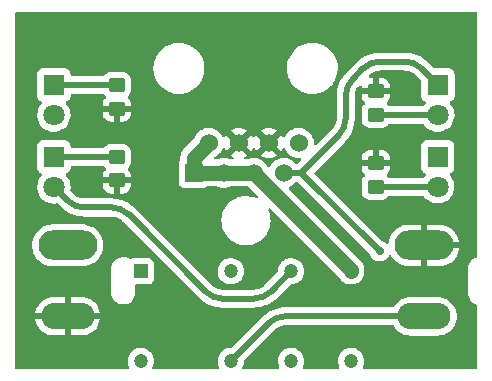
<source format=gbr>
G04 #@! TF.GenerationSoftware,KiCad,Pcbnew,(6.0.6-0)*
G04 #@! TF.CreationDate,2022-11-29T15:01:29-05:00*
G04 #@! TF.ProjectId,Philips CD-i 450 Power Adapter,5068696c-6970-4732-9043-442d69203435,1*
G04 #@! TF.SameCoordinates,Original*
G04 #@! TF.FileFunction,Copper,L1,Top*
G04 #@! TF.FilePolarity,Positive*
%FSLAX46Y46*%
G04 Gerber Fmt 4.6, Leading zero omitted, Abs format (unit mm)*
G04 Created by KiCad (PCBNEW (6.0.6-0)) date 2022-11-29 15:01:29*
%MOMM*%
%LPD*%
G01*
G04 APERTURE LIST*
G04 Aperture macros list*
%AMRoundRect*
0 Rectangle with rounded corners*
0 $1 Rounding radius*
0 $2 $3 $4 $5 $6 $7 $8 $9 X,Y pos of 4 corners*
0 Add a 4 corners polygon primitive as box body*
4,1,4,$2,$3,$4,$5,$6,$7,$8,$9,$2,$3,0*
0 Add four circle primitives for the rounded corners*
1,1,$1+$1,$2,$3*
1,1,$1+$1,$4,$5*
1,1,$1+$1,$6,$7*
1,1,$1+$1,$8,$9*
0 Add four rect primitives between the rounded corners*
20,1,$1+$1,$2,$3,$4,$5,0*
20,1,$1+$1,$4,$5,$6,$7,0*
20,1,$1+$1,$6,$7,$8,$9,0*
20,1,$1+$1,$8,$9,$2,$3,0*%
G04 Aperture macros list end*
G04 #@! TA.AperFunction,ComponentPad*
%ADD10R,1.200000X1.200000*%
G04 #@! TD*
G04 #@! TA.AperFunction,ComponentPad*
%ADD11C,1.200000*%
G04 #@! TD*
G04 #@! TA.AperFunction,SMDPad,CuDef*
%ADD12RoundRect,0.250000X-0.450000X0.350000X-0.450000X-0.350000X0.450000X-0.350000X0.450000X0.350000X0*%
G04 #@! TD*
G04 #@! TA.AperFunction,ComponentPad*
%ADD13R,1.800000X1.800000*%
G04 #@! TD*
G04 #@! TA.AperFunction,ComponentPad*
%ADD14C,1.800000*%
G04 #@! TD*
G04 #@! TA.AperFunction,ComponentPad*
%ADD15R,1.524000X1.524000*%
G04 #@! TD*
G04 #@! TA.AperFunction,ComponentPad*
%ADD16C,1.524000*%
G04 #@! TD*
G04 #@! TA.AperFunction,ComponentPad*
%ADD17O,5.000000X2.500000*%
G04 #@! TD*
G04 #@! TA.AperFunction,ComponentPad*
%ADD18O,4.500000X2.250000*%
G04 #@! TD*
G04 #@! TA.AperFunction,SMDPad,CuDef*
%ADD19RoundRect,0.250000X0.450000X-0.350000X0.450000X0.350000X-0.450000X0.350000X-0.450000X-0.350000X0*%
G04 #@! TD*
G04 #@! TA.AperFunction,ViaPad*
%ADD20C,0.700000*%
G04 #@! TD*
G04 #@! TA.AperFunction,Conductor*
%ADD21C,0.500000*%
G04 #@! TD*
G04 #@! TA.AperFunction,Conductor*
%ADD22C,0.508000*%
G04 #@! TD*
G04 #@! TA.AperFunction,Conductor*
%ADD23C,1.250000*%
G04 #@! TD*
G04 APERTURE END LIST*
D10*
X130580245Y-108865000D03*
D11*
X130580245Y-116465000D03*
X138205245Y-108865000D03*
X138205245Y-116465000D03*
X143305245Y-108865000D03*
X143305245Y-116465000D03*
X148355245Y-108865000D03*
X148380245Y-116465000D03*
D12*
X128560000Y-99180000D03*
X128560000Y-101180000D03*
D13*
X123230000Y-99185000D03*
D14*
X123230000Y-101725000D03*
D15*
X135070000Y-100535000D03*
D16*
X136340000Y-97995000D03*
X137610000Y-100535000D03*
X138880000Y-97995000D03*
X140150000Y-100535000D03*
X141420000Y-97995000D03*
X142690000Y-100535000D03*
X143960000Y-97995000D03*
D17*
X154575000Y-106677500D03*
D18*
X154575000Y-112677500D03*
D17*
X124395000Y-106667500D03*
D18*
X124395000Y-112667500D03*
D19*
X150490000Y-95630000D03*
X150490000Y-93630000D03*
D13*
X155740000Y-93095000D03*
D14*
X155740000Y-95635000D03*
D19*
X150490000Y-101710000D03*
X150490000Y-99710000D03*
D12*
X128560000Y-93090000D03*
X128560000Y-95090000D03*
D13*
X123230000Y-93095000D03*
D14*
X123230000Y-95635000D03*
D13*
X155730000Y-99175000D03*
D14*
X155730000Y-101715000D03*
D20*
X150800000Y-107170000D03*
X134660000Y-115650000D03*
D21*
X128560000Y-99180000D02*
X123230000Y-99180000D01*
D22*
X129545787Y-104055787D02*
X136084214Y-110594214D01*
X123230000Y-101725000D02*
X124389214Y-102884214D01*
X137498427Y-111180000D02*
X140161573Y-111180000D01*
X141575787Y-110594213D02*
X143300000Y-108870000D01*
X125803427Y-103470000D02*
X128131573Y-103470000D01*
X136084200Y-110594228D02*
G75*
G03*
X137498427Y-111180000I1414200J1414228D01*
G01*
X141575801Y-110594227D02*
G75*
G02*
X140161573Y-111180000I-1414201J1414227D01*
G01*
X124389200Y-102884228D02*
G75*
G03*
X125803427Y-103470000I1414200J1414228D01*
G01*
X129545801Y-104055773D02*
G75*
G03*
X128131573Y-103470000I-1414201J-1414227D01*
G01*
D21*
X150490000Y-101710000D02*
X155730000Y-101710000D01*
X128560000Y-93090000D02*
X123230000Y-93090000D01*
D23*
X148380000Y-108765000D02*
X148380000Y-108850000D01*
X140150000Y-100535000D02*
X148380000Y-108765000D01*
X135070000Y-99260000D02*
X136340000Y-97990000D01*
X140150000Y-100535000D02*
X135075000Y-100535000D01*
X135075000Y-100535000D02*
X135070000Y-100530000D01*
X135070000Y-100535000D02*
X135070000Y-99260000D01*
D21*
X144165000Y-100535000D02*
X147344214Y-97355786D01*
X144165000Y-100535000D02*
X142690000Y-100535000D01*
X150800000Y-107170000D02*
X144165000Y-100535000D01*
X150848427Y-91110000D02*
X152931573Y-91110000D01*
X148515787Y-92614213D02*
X149434214Y-91695786D01*
X154345787Y-91695787D02*
X155740000Y-93090000D01*
X147930000Y-95941573D02*
X147930000Y-94028427D01*
X147929980Y-95941573D02*
G75*
G02*
X147344213Y-97355785I-1999980J-27D01*
G01*
X147930020Y-94028427D02*
G75*
G02*
X148515788Y-92614214I1999980J27D01*
G01*
X154345801Y-91695773D02*
G75*
G03*
X152931573Y-91110000I-1414201J-1414227D01*
G01*
X149434200Y-91695772D02*
G75*
G02*
X150848427Y-91110000I1414200J-1414228D01*
G01*
X155730000Y-95630000D02*
X155740000Y-95640000D01*
X150490000Y-95630000D02*
X155730000Y-95630000D01*
X154575000Y-112677500D02*
X142820927Y-112677500D01*
X141406713Y-113263287D02*
X138220000Y-116450000D01*
X141406699Y-113263273D02*
G75*
G02*
X142820927Y-112677500I1414201J-1414227D01*
G01*
G04 #@! TA.AperFunction,Conductor*
G36*
X159023621Y-86958502D02*
G01*
X159070114Y-87012158D01*
X159081500Y-87064500D01*
X159081500Y-107588872D01*
X159061498Y-107656993D01*
X159007842Y-107703486D01*
X158991075Y-107709746D01*
X158895381Y-107737910D01*
X158889923Y-107740763D01*
X158889919Y-107740765D01*
X158820106Y-107777263D01*
X158720110Y-107829540D01*
X158565975Y-107953468D01*
X158562011Y-107958192D01*
X158556833Y-107964363D01*
X158438846Y-108104974D01*
X158435879Y-108110372D01*
X158435875Y-108110377D01*
X158361397Y-108245854D01*
X158343567Y-108278287D01*
X158341706Y-108284154D01*
X158341705Y-108284156D01*
X158290842Y-108444496D01*
X158283765Y-108466806D01*
X158266500Y-108620727D01*
X158266500Y-110727269D01*
X158266800Y-110730325D01*
X158266800Y-110730332D01*
X158272537Y-110788840D01*
X158280920Y-110874333D01*
X158338084Y-111063669D01*
X158430934Y-111238296D01*
X158495967Y-111318034D01*
X158552040Y-111386787D01*
X158552043Y-111386790D01*
X158555935Y-111391562D01*
X158560682Y-111395489D01*
X158560684Y-111395491D01*
X158703575Y-111513701D01*
X158703579Y-111513703D01*
X158708325Y-111517630D01*
X158882299Y-111611698D01*
X158911025Y-111620590D01*
X158992759Y-111645891D01*
X159051919Y-111685142D01*
X159080466Y-111750147D01*
X159081500Y-111766256D01*
X159081500Y-117015500D01*
X159061498Y-117083621D01*
X159007842Y-117130114D01*
X158955500Y-117141500D01*
X149486946Y-117141500D01*
X149418825Y-117121498D01*
X149372332Y-117067842D01*
X149362228Y-116997568D01*
X149377011Y-116953937D01*
X149397249Y-116917799D01*
X149399105Y-116912332D01*
X149399107Y-116912327D01*
X149460879Y-116730352D01*
X149460880Y-116730347D01*
X149462735Y-116724883D01*
X149491968Y-116523263D01*
X149493494Y-116465000D01*
X149474853Y-116262126D01*
X149419552Y-116066047D01*
X149408925Y-116044496D01*
X149332001Y-115888510D01*
X149329446Y-115883329D01*
X149311041Y-115858681D01*
X149211003Y-115724715D01*
X149211003Y-115724714D01*
X149207550Y-115720091D01*
X149057948Y-115581800D01*
X149011920Y-115552759D01*
X148890533Y-115476169D01*
X148890528Y-115476167D01*
X148885649Y-115473088D01*
X148696425Y-115397595D01*
X148496611Y-115357849D01*
X148490837Y-115357773D01*
X148490833Y-115357773D01*
X148387697Y-115356424D01*
X148292900Y-115355183D01*
X148287203Y-115356162D01*
X148287202Y-115356162D01*
X148097812Y-115388705D01*
X148092115Y-115389684D01*
X147900979Y-115460198D01*
X147725894Y-115564363D01*
X147572723Y-115698690D01*
X147569156Y-115703215D01*
X147569151Y-115703220D01*
X147482576Y-115813040D01*
X147446596Y-115858681D01*
X147351737Y-116038978D01*
X147291323Y-116233543D01*
X147267377Y-116435859D01*
X147280702Y-116639151D01*
X147330850Y-116836610D01*
X147333269Y-116841857D01*
X147389001Y-116962749D01*
X147399356Y-117032986D01*
X147370093Y-117097672D01*
X147310505Y-117136269D01*
X147274575Y-117141500D01*
X144411946Y-117141500D01*
X144343825Y-117121498D01*
X144297332Y-117067842D01*
X144287228Y-116997568D01*
X144302011Y-116953937D01*
X144322249Y-116917799D01*
X144324105Y-116912332D01*
X144324107Y-116912327D01*
X144385879Y-116730352D01*
X144385880Y-116730347D01*
X144387735Y-116724883D01*
X144416968Y-116523263D01*
X144418494Y-116465000D01*
X144399853Y-116262126D01*
X144344552Y-116066047D01*
X144333925Y-116044496D01*
X144257001Y-115888510D01*
X144254446Y-115883329D01*
X144236041Y-115858681D01*
X144136003Y-115724715D01*
X144136003Y-115724714D01*
X144132550Y-115720091D01*
X143982948Y-115581800D01*
X143936920Y-115552759D01*
X143815533Y-115476169D01*
X143815528Y-115476167D01*
X143810649Y-115473088D01*
X143621425Y-115397595D01*
X143421611Y-115357849D01*
X143415837Y-115357773D01*
X143415833Y-115357773D01*
X143312697Y-115356424D01*
X143217900Y-115355183D01*
X143212203Y-115356162D01*
X143212202Y-115356162D01*
X143022812Y-115388705D01*
X143017115Y-115389684D01*
X142825979Y-115460198D01*
X142650894Y-115564363D01*
X142497723Y-115698690D01*
X142494156Y-115703215D01*
X142494151Y-115703220D01*
X142407576Y-115813040D01*
X142371596Y-115858681D01*
X142276737Y-116038978D01*
X142216323Y-116233543D01*
X142192377Y-116435859D01*
X142205702Y-116639151D01*
X142255850Y-116836610D01*
X142258269Y-116841857D01*
X142314001Y-116962749D01*
X142324356Y-117032986D01*
X142295093Y-117097672D01*
X142235505Y-117136269D01*
X142199575Y-117141500D01*
X139311946Y-117141500D01*
X139243825Y-117121498D01*
X139197332Y-117067842D01*
X139187228Y-116997568D01*
X139202011Y-116953937D01*
X139222249Y-116917799D01*
X139224105Y-116912332D01*
X139224107Y-116912327D01*
X139285879Y-116730352D01*
X139285880Y-116730347D01*
X139287735Y-116724883D01*
X139316968Y-116523263D01*
X139318276Y-116473338D01*
X139340056Y-116405764D01*
X139355138Y-116387543D01*
X141903457Y-113839224D01*
X141915327Y-113828759D01*
X141933286Y-113814829D01*
X141933292Y-113814823D01*
X141938854Y-113810509D01*
X141951931Y-113794589D01*
X141967466Y-113778753D01*
X142083634Y-113679539D01*
X142099629Y-113667918D01*
X142248828Y-113576490D01*
X142266439Y-113567517D01*
X142428109Y-113500553D01*
X142446909Y-113494445D01*
X142538859Y-113472370D01*
X142617061Y-113453597D01*
X142636587Y-113450504D01*
X142659327Y-113448715D01*
X142778437Y-113439343D01*
X142796229Y-113439762D01*
X142796229Y-113439743D01*
X142803266Y-113439841D01*
X142810260Y-113440725D01*
X142852324Y-113436601D01*
X142864618Y-113436000D01*
X151928431Y-113436000D01*
X151996552Y-113456002D01*
X152035864Y-113496165D01*
X152124384Y-113640616D01*
X152291369Y-113836131D01*
X152486884Y-114003116D01*
X152706113Y-114137460D01*
X152710683Y-114139353D01*
X152710687Y-114139355D01*
X152939087Y-114233961D01*
X152943660Y-114235855D01*
X153030502Y-114256704D01*
X153188861Y-114294723D01*
X153188867Y-114294724D01*
X153193674Y-114295878D01*
X153282965Y-114302905D01*
X153383363Y-114310807D01*
X153383372Y-114310807D01*
X153385820Y-114311000D01*
X155764180Y-114311000D01*
X155766628Y-114310807D01*
X155766637Y-114310807D01*
X155867035Y-114302905D01*
X155956326Y-114295878D01*
X155961133Y-114294724D01*
X155961139Y-114294723D01*
X156119498Y-114256704D01*
X156206340Y-114235855D01*
X156210913Y-114233961D01*
X156439313Y-114139355D01*
X156439317Y-114139353D01*
X156443887Y-114137460D01*
X156663116Y-114003116D01*
X156858631Y-113836131D01*
X157025616Y-113640616D01*
X157159960Y-113421387D01*
X157166092Y-113406585D01*
X157256461Y-113188413D01*
X157256462Y-113188411D01*
X157258355Y-113183840D01*
X157279204Y-113096998D01*
X157317223Y-112938639D01*
X157317224Y-112938633D01*
X157318378Y-112933826D01*
X157338551Y-112677500D01*
X157318378Y-112421174D01*
X157316135Y-112411829D01*
X157259510Y-112175972D01*
X157258355Y-112171160D01*
X157165516Y-111947026D01*
X157161855Y-111938187D01*
X157161853Y-111938183D01*
X157159960Y-111933613D01*
X157025616Y-111714384D01*
X156858631Y-111518869D01*
X156663116Y-111351884D01*
X156443887Y-111217540D01*
X156439317Y-111215647D01*
X156439313Y-111215645D01*
X156210913Y-111121039D01*
X156210911Y-111121038D01*
X156206340Y-111119145D01*
X156118198Y-111097984D01*
X155961139Y-111060277D01*
X155961133Y-111060276D01*
X155956326Y-111059122D01*
X155850228Y-111050772D01*
X155766637Y-111044193D01*
X155766628Y-111044193D01*
X155764180Y-111044000D01*
X153385820Y-111044000D01*
X153383372Y-111044193D01*
X153383363Y-111044193D01*
X153299772Y-111050772D01*
X153193674Y-111059122D01*
X153188867Y-111060276D01*
X153188861Y-111060277D01*
X153031802Y-111097984D01*
X152943660Y-111119145D01*
X152939089Y-111121038D01*
X152939087Y-111121039D01*
X152710687Y-111215645D01*
X152710683Y-111215647D01*
X152706113Y-111217540D01*
X152486884Y-111351884D01*
X152291369Y-111518869D01*
X152124384Y-111714384D01*
X152121800Y-111718601D01*
X152035864Y-111858835D01*
X151983216Y-111906466D01*
X151928431Y-111919000D01*
X142883088Y-111919000D01*
X142865550Y-111917773D01*
X142846185Y-111915051D01*
X142846168Y-111915050D01*
X142842250Y-111914499D01*
X142831968Y-111914355D01*
X142824899Y-111914256D01*
X142824893Y-111914256D01*
X142820937Y-111914201D01*
X142801496Y-111916382D01*
X142793640Y-111917014D01*
X142753198Y-111919000D01*
X142553320Y-111928816D01*
X142553316Y-111928816D01*
X142550229Y-111928968D01*
X142547170Y-111929422D01*
X142547167Y-111929422D01*
X142285186Y-111968280D01*
X142285178Y-111968282D01*
X142282128Y-111968734D01*
X142279132Y-111969484D01*
X142279129Y-111969485D01*
X142022221Y-112033834D01*
X142019215Y-112034587D01*
X141764024Y-112125893D01*
X141519010Y-112241772D01*
X141516350Y-112243367D01*
X141516345Y-112243369D01*
X141289196Y-112379514D01*
X141286535Y-112381109D01*
X141284046Y-112382955D01*
X141071323Y-112540717D01*
X141071316Y-112540723D01*
X141068836Y-112542562D01*
X140943459Y-112656195D01*
X140938968Y-112659866D01*
X140937606Y-112660692D01*
X140933403Y-112664404D01*
X140933400Y-112664406D01*
X140930694Y-112666796D01*
X140929229Y-112668090D01*
X140920734Y-112676585D01*
X140916253Y-112680852D01*
X140905922Y-112690215D01*
X140897137Y-112697481D01*
X140882265Y-112708688D01*
X140879430Y-112711445D01*
X140879424Y-112711450D01*
X140869820Y-112720790D01*
X140866984Y-112723548D01*
X140864519Y-112726636D01*
X140844510Y-112751700D01*
X140835134Y-112762185D01*
X138278121Y-115319198D01*
X138215809Y-115353224D01*
X138187378Y-115356092D01*
X138155227Y-115355672D01*
X138117900Y-115355183D01*
X138112203Y-115356162D01*
X138112202Y-115356162D01*
X137922812Y-115388705D01*
X137917115Y-115389684D01*
X137725979Y-115460198D01*
X137550894Y-115564363D01*
X137397723Y-115698690D01*
X137394156Y-115703215D01*
X137394151Y-115703220D01*
X137307576Y-115813040D01*
X137271596Y-115858681D01*
X137176737Y-116038978D01*
X137116323Y-116233543D01*
X137092377Y-116435859D01*
X137105702Y-116639151D01*
X137155850Y-116836610D01*
X137158269Y-116841857D01*
X137214001Y-116962749D01*
X137224356Y-117032986D01*
X137195093Y-117097672D01*
X137135505Y-117136269D01*
X137099575Y-117141500D01*
X131686946Y-117141500D01*
X131618825Y-117121498D01*
X131572332Y-117067842D01*
X131562228Y-116997568D01*
X131577011Y-116953937D01*
X131597249Y-116917799D01*
X131599105Y-116912332D01*
X131599107Y-116912327D01*
X131660879Y-116730352D01*
X131660880Y-116730347D01*
X131662735Y-116724883D01*
X131691968Y-116523263D01*
X131693494Y-116465000D01*
X131674853Y-116262126D01*
X131619552Y-116066047D01*
X131608925Y-116044496D01*
X131532001Y-115888510D01*
X131529446Y-115883329D01*
X131511041Y-115858681D01*
X131411003Y-115724715D01*
X131411003Y-115724714D01*
X131407550Y-115720091D01*
X131257948Y-115581800D01*
X131211920Y-115552759D01*
X131090533Y-115476169D01*
X131090528Y-115476167D01*
X131085649Y-115473088D01*
X130896425Y-115397595D01*
X130696611Y-115357849D01*
X130690837Y-115357773D01*
X130690833Y-115357773D01*
X130587697Y-115356424D01*
X130492900Y-115355183D01*
X130487203Y-115356162D01*
X130487202Y-115356162D01*
X130297812Y-115388705D01*
X130292115Y-115389684D01*
X130100979Y-115460198D01*
X129925894Y-115564363D01*
X129772723Y-115698690D01*
X129769156Y-115703215D01*
X129769151Y-115703220D01*
X129682576Y-115813040D01*
X129646596Y-115858681D01*
X129551737Y-116038978D01*
X129491323Y-116233543D01*
X129467377Y-116435859D01*
X129480702Y-116639151D01*
X129530850Y-116836610D01*
X129533269Y-116841857D01*
X129589001Y-116962749D01*
X129599356Y-117032986D01*
X129570093Y-117097672D01*
X129510505Y-117136269D01*
X129474575Y-117141500D01*
X120034500Y-117141500D01*
X119966379Y-117121498D01*
X119919886Y-117067842D01*
X119908500Y-117015500D01*
X119908500Y-112932181D01*
X121654142Y-112932181D01*
X121710967Y-113168873D01*
X121714016Y-113178258D01*
X121808592Y-113406585D01*
X121813073Y-113415379D01*
X121942208Y-113626108D01*
X121948001Y-113634081D01*
X122108516Y-113822020D01*
X122115480Y-113828984D01*
X122303419Y-113989499D01*
X122311392Y-113995292D01*
X122522121Y-114124427D01*
X122530915Y-114128908D01*
X122759242Y-114223484D01*
X122768627Y-114226533D01*
X123008940Y-114284228D01*
X123018687Y-114285771D01*
X123203376Y-114300307D01*
X123208302Y-114300500D01*
X124122885Y-114300500D01*
X124138124Y-114296025D01*
X124139329Y-114294635D01*
X124141000Y-114286952D01*
X124141000Y-114282385D01*
X124649000Y-114282385D01*
X124653475Y-114297624D01*
X124654865Y-114298829D01*
X124662548Y-114300500D01*
X125581698Y-114300500D01*
X125586624Y-114300307D01*
X125771313Y-114285771D01*
X125781060Y-114284228D01*
X126021373Y-114226533D01*
X126030758Y-114223484D01*
X126259085Y-114128908D01*
X126267879Y-114124427D01*
X126478608Y-113995292D01*
X126486581Y-113989499D01*
X126674520Y-113828984D01*
X126681484Y-113822020D01*
X126841999Y-113634081D01*
X126847792Y-113626108D01*
X126976927Y-113415379D01*
X126981408Y-113406585D01*
X127075984Y-113178258D01*
X127079033Y-113168873D01*
X127135447Y-112933892D01*
X127133469Y-112924471D01*
X127122002Y-112921500D01*
X124667115Y-112921500D01*
X124651876Y-112925975D01*
X124650671Y-112927365D01*
X124649000Y-112935048D01*
X124649000Y-114282385D01*
X124141000Y-114282385D01*
X124141000Y-112939615D01*
X124136525Y-112924376D01*
X124135135Y-112923171D01*
X124127452Y-112921500D01*
X121670055Y-112921500D01*
X121655262Y-112925844D01*
X121654142Y-112932181D01*
X119908500Y-112932181D01*
X119908500Y-112401108D01*
X121654553Y-112401108D01*
X121656531Y-112410529D01*
X121667998Y-112413500D01*
X124122885Y-112413500D01*
X124138124Y-112409025D01*
X124139329Y-112407635D01*
X124141000Y-112399952D01*
X124141000Y-112395385D01*
X124649000Y-112395385D01*
X124653475Y-112410624D01*
X124654865Y-112411829D01*
X124662548Y-112413500D01*
X127119945Y-112413500D01*
X127134738Y-112409156D01*
X127135858Y-112402819D01*
X127079033Y-112166127D01*
X127075984Y-112156742D01*
X126981408Y-111928415D01*
X126976927Y-111919621D01*
X126847792Y-111708892D01*
X126841999Y-111700919D01*
X126681484Y-111512980D01*
X126674520Y-111506016D01*
X126486581Y-111345501D01*
X126478608Y-111339708D01*
X126267879Y-111210573D01*
X126259085Y-111206092D01*
X126030758Y-111111516D01*
X126021373Y-111108467D01*
X125781060Y-111050772D01*
X125771313Y-111049229D01*
X125586624Y-111034693D01*
X125581697Y-111034500D01*
X124667115Y-111034500D01*
X124651876Y-111038975D01*
X124650671Y-111040365D01*
X124649000Y-111048048D01*
X124649000Y-112395385D01*
X124141000Y-112395385D01*
X124141000Y-111052615D01*
X124136525Y-111037376D01*
X124135135Y-111036171D01*
X124127452Y-111034500D01*
X123208303Y-111034500D01*
X123203376Y-111034693D01*
X123018687Y-111049229D01*
X123008940Y-111050772D01*
X122768627Y-111108467D01*
X122759242Y-111111516D01*
X122530915Y-111206092D01*
X122522121Y-111210573D01*
X122311392Y-111339708D01*
X122303419Y-111345501D01*
X122115480Y-111506016D01*
X122108516Y-111512980D01*
X121948001Y-111700919D01*
X121942208Y-111708892D01*
X121813073Y-111919621D01*
X121808592Y-111928415D01*
X121714016Y-112156742D01*
X121710967Y-112166127D01*
X121654553Y-112401108D01*
X119908500Y-112401108D01*
X119908500Y-110717269D01*
X128086500Y-110717269D01*
X128086800Y-110720325D01*
X128086800Y-110720332D01*
X128087530Y-110727773D01*
X128100920Y-110864333D01*
X128158084Y-111053669D01*
X128250934Y-111228296D01*
X128268657Y-111250026D01*
X128372040Y-111376787D01*
X128372043Y-111376790D01*
X128375935Y-111381562D01*
X128380682Y-111385489D01*
X128380684Y-111385491D01*
X128523575Y-111503701D01*
X128523579Y-111503703D01*
X128528325Y-111507630D01*
X128702299Y-111601698D01*
X128891232Y-111660182D01*
X128897357Y-111660826D01*
X128897358Y-111660826D01*
X129081796Y-111680211D01*
X129081798Y-111680211D01*
X129087925Y-111680855D01*
X129193346Y-111671261D01*
X129278749Y-111663489D01*
X129278752Y-111663488D01*
X129284888Y-111662930D01*
X129290794Y-111661192D01*
X129290798Y-111661191D01*
X129428783Y-111620580D01*
X129474619Y-111607090D01*
X129480077Y-111604237D01*
X129480081Y-111604235D01*
X129636173Y-111522631D01*
X129649890Y-111515460D01*
X129804025Y-111391532D01*
X129931154Y-111240026D01*
X129934121Y-111234628D01*
X129934125Y-111234623D01*
X130023467Y-111072108D01*
X130026433Y-111066713D01*
X130028846Y-111059108D01*
X130084373Y-110884064D01*
X130084373Y-110884063D01*
X130086235Y-110878194D01*
X130103500Y-110724273D01*
X130103500Y-110099500D01*
X130123502Y-110031379D01*
X130177158Y-109984886D01*
X130229500Y-109973500D01*
X131228379Y-109973500D01*
X131290561Y-109966745D01*
X131426950Y-109915615D01*
X131543506Y-109828261D01*
X131630860Y-109711705D01*
X131681990Y-109575316D01*
X131688745Y-109513134D01*
X131688745Y-108216866D01*
X131681990Y-108154684D01*
X131630860Y-108018295D01*
X131543506Y-107901739D01*
X131426950Y-107814385D01*
X131290561Y-107763255D01*
X131228379Y-107756500D01*
X129932111Y-107756500D01*
X129869929Y-107763255D01*
X129733540Y-107814385D01*
X129732468Y-107811524D01*
X129678009Y-107823435D01*
X129626928Y-107808582D01*
X129548228Y-107766029D01*
X129487701Y-107733302D01*
X129298768Y-107674818D01*
X129292643Y-107674174D01*
X129292642Y-107674174D01*
X129108204Y-107654789D01*
X129108202Y-107654789D01*
X129102075Y-107654145D01*
X129019576Y-107661653D01*
X128911251Y-107671511D01*
X128911248Y-107671512D01*
X128905112Y-107672070D01*
X128899206Y-107673808D01*
X128899202Y-107673809D01*
X128798368Y-107703486D01*
X128715381Y-107727910D01*
X128709923Y-107730763D01*
X128709919Y-107730765D01*
X128620978Y-107777263D01*
X128540110Y-107819540D01*
X128385975Y-107943468D01*
X128258846Y-108094974D01*
X128255879Y-108100372D01*
X128255875Y-108100377D01*
X128181150Y-108236304D01*
X128163567Y-108268287D01*
X128161706Y-108274154D01*
X128161705Y-108274156D01*
X128110524Y-108435500D01*
X128103765Y-108456806D01*
X128086500Y-108610727D01*
X128086500Y-110717269D01*
X119908500Y-110717269D01*
X119908500Y-106775155D01*
X121384858Y-106775155D01*
X121420104Y-107034138D01*
X121421412Y-107038624D01*
X121421412Y-107038626D01*
X121434761Y-107084424D01*
X121493243Y-107285067D01*
X121602668Y-107522428D01*
X121618411Y-107546440D01*
X121743410Y-107737096D01*
X121743414Y-107737101D01*
X121745976Y-107741009D01*
X121920018Y-107936006D01*
X122120970Y-108103137D01*
X122124973Y-108105566D01*
X122340422Y-108236304D01*
X122340426Y-108236306D01*
X122344419Y-108238729D01*
X122585455Y-108339803D01*
X122838783Y-108404141D01*
X122843434Y-108404609D01*
X122843438Y-108404610D01*
X123010303Y-108421412D01*
X123055867Y-108426000D01*
X125711354Y-108426000D01*
X125713679Y-108425827D01*
X125713685Y-108425827D01*
X125901000Y-108411907D01*
X125901004Y-108411906D01*
X125905652Y-108411561D01*
X125910200Y-108410532D01*
X125910206Y-108410531D01*
X126125982Y-108361705D01*
X126160577Y-108353877D01*
X126164931Y-108352184D01*
X126399824Y-108260840D01*
X126399827Y-108260839D01*
X126404177Y-108259147D01*
X126412931Y-108254144D01*
X126488196Y-108211126D01*
X126631098Y-108129451D01*
X126836357Y-107967638D01*
X127015443Y-107777263D01*
X127164424Y-107562509D01*
X127166492Y-107558316D01*
X127277960Y-107332281D01*
X127277961Y-107332278D01*
X127280025Y-107328093D01*
X127359707Y-107079165D01*
X127401721Y-106821193D01*
X127404435Y-106613863D01*
X127405081Y-106564522D01*
X127405081Y-106564519D01*
X127405142Y-106559845D01*
X127369896Y-106300862D01*
X127360254Y-106267780D01*
X127301031Y-106064598D01*
X127296757Y-106049933D01*
X127187332Y-105812572D01*
X127113390Y-105699791D01*
X127046590Y-105597904D01*
X127046586Y-105597899D01*
X127044024Y-105593991D01*
X126869982Y-105398994D01*
X126669030Y-105231863D01*
X126542431Y-105155041D01*
X126449578Y-105098696D01*
X126449574Y-105098694D01*
X126445581Y-105096271D01*
X126204545Y-104995197D01*
X125951217Y-104930859D01*
X125946566Y-104930391D01*
X125946562Y-104930390D01*
X125737271Y-104909316D01*
X125734133Y-104909000D01*
X123078646Y-104909000D01*
X123076321Y-104909173D01*
X123076315Y-104909173D01*
X122889000Y-104923093D01*
X122888996Y-104923094D01*
X122884348Y-104923439D01*
X122879800Y-104924468D01*
X122879794Y-104924469D01*
X122693399Y-104966647D01*
X122629423Y-104981123D01*
X122625071Y-104982815D01*
X122625069Y-104982816D01*
X122390176Y-105074160D01*
X122390173Y-105074161D01*
X122385823Y-105075853D01*
X122158902Y-105205549D01*
X121953643Y-105367362D01*
X121774557Y-105557737D01*
X121625576Y-105772491D01*
X121623510Y-105776681D01*
X121623508Y-105776684D01*
X121550496Y-105924739D01*
X121509975Y-106006907D01*
X121430293Y-106255835D01*
X121388279Y-106513807D01*
X121384858Y-106775155D01*
X119908500Y-106775155D01*
X119908500Y-101690469D01*
X121817095Y-101690469D01*
X121817392Y-101695622D01*
X121817392Y-101695625D01*
X121830113Y-101916253D01*
X121830427Y-101921697D01*
X121831564Y-101926743D01*
X121831565Y-101926749D01*
X121847343Y-101996760D01*
X121881346Y-102147642D01*
X121883288Y-102152424D01*
X121883289Y-102152428D01*
X121938202Y-102287662D01*
X121968484Y-102362237D01*
X121977530Y-102376998D01*
X122080671Y-102545309D01*
X122089501Y-102559719D01*
X122241147Y-102734784D01*
X122341984Y-102818500D01*
X122403085Y-102869227D01*
X122419349Y-102882730D01*
X122619322Y-102999584D01*
X122835694Y-103082209D01*
X122840760Y-103083240D01*
X122840761Y-103083240D01*
X122893846Y-103094040D01*
X123062656Y-103128385D01*
X123193324Y-103133176D01*
X123288949Y-103136683D01*
X123288953Y-103136683D01*
X123294113Y-103136872D01*
X123299233Y-103136216D01*
X123299235Y-103136216D01*
X123471579Y-103114138D01*
X123541689Y-103125322D01*
X123576684Y-103150022D01*
X123805893Y-103379231D01*
X123817425Y-103392496D01*
X123831700Y-103411439D01*
X123846639Y-103426800D01*
X123849736Y-103429272D01*
X123849738Y-103429274D01*
X123861930Y-103439006D01*
X123867942Y-103444121D01*
X124046499Y-103605953D01*
X124046508Y-103605960D01*
X124048797Y-103608035D01*
X124266811Y-103769722D01*
X124269471Y-103771316D01*
X124269472Y-103771317D01*
X124496958Y-103907664D01*
X124496963Y-103907666D01*
X124499623Y-103909261D01*
X124744992Y-104025308D01*
X125000554Y-104116746D01*
X125003559Y-104117499D01*
X125003560Y-104117499D01*
X125260836Y-104181940D01*
X125260839Y-104181941D01*
X125263847Y-104182694D01*
X125266916Y-104183149D01*
X125266920Y-104183150D01*
X125357235Y-104196545D01*
X125532337Y-104222517D01*
X125535428Y-104222669D01*
X125535430Y-104222669D01*
X125564779Y-104224110D01*
X125700882Y-104230795D01*
X125706873Y-104231396D01*
X125708539Y-104231804D01*
X125715807Y-104232255D01*
X125717818Y-104232380D01*
X125717828Y-104232380D01*
X125719757Y-104232500D01*
X125732506Y-104232500D01*
X125738685Y-104232652D01*
X125749500Y-104233183D01*
X125751737Y-104233293D01*
X125763087Y-104234367D01*
X125778080Y-104236474D01*
X125778088Y-104236475D01*
X125782012Y-104237026D01*
X125793198Y-104237182D01*
X125799476Y-104237270D01*
X125799480Y-104237270D01*
X125803437Y-104237325D01*
X125807364Y-104236884D01*
X125807373Y-104236884D01*
X125839450Y-104233285D01*
X125853497Y-104232500D01*
X128075336Y-104232500D01*
X128091126Y-104233493D01*
X128093008Y-104233731D01*
X128120869Y-104237250D01*
X128127876Y-104236563D01*
X128127882Y-104236563D01*
X128141436Y-104235234D01*
X128163613Y-104235021D01*
X128292567Y-104245167D01*
X128315287Y-104246955D01*
X128334814Y-104250048D01*
X128411834Y-104268538D01*
X128504355Y-104290749D01*
X128523159Y-104296859D01*
X128524108Y-104297252D01*
X128673899Y-104359295D01*
X128684239Y-104363578D01*
X128701856Y-104372554D01*
X128850520Y-104463654D01*
X128866515Y-104475275D01*
X128974037Y-104567105D01*
X128986609Y-104580283D01*
X128991375Y-104585184D01*
X128995688Y-104590744D01*
X129001125Y-104595210D01*
X129001128Y-104595213D01*
X129028542Y-104617730D01*
X129037662Y-104626000D01*
X135500893Y-111089231D01*
X135512425Y-111102496D01*
X135526700Y-111121439D01*
X135541639Y-111136800D01*
X135544736Y-111139272D01*
X135544738Y-111139274D01*
X135556930Y-111149006D01*
X135562942Y-111154121D01*
X135741499Y-111315953D01*
X135741508Y-111315960D01*
X135743797Y-111318035D01*
X135961811Y-111479722D01*
X135964471Y-111481316D01*
X135964472Y-111481317D01*
X136191958Y-111617664D01*
X136191963Y-111617666D01*
X136194623Y-111619261D01*
X136439992Y-111735308D01*
X136695554Y-111826746D01*
X136698559Y-111827499D01*
X136698560Y-111827499D01*
X136955836Y-111891940D01*
X136955839Y-111891941D01*
X136958847Y-111892694D01*
X136961916Y-111893149D01*
X136961920Y-111893150D01*
X137051699Y-111906466D01*
X137227337Y-111932517D01*
X137230428Y-111932669D01*
X137230430Y-111932669D01*
X137259779Y-111934110D01*
X137395882Y-111940795D01*
X137401873Y-111941396D01*
X137403539Y-111941804D01*
X137410807Y-111942255D01*
X137412818Y-111942380D01*
X137412828Y-111942380D01*
X137414757Y-111942500D01*
X137427506Y-111942500D01*
X137433685Y-111942652D01*
X137444500Y-111943183D01*
X137446737Y-111943293D01*
X137458087Y-111944367D01*
X137473080Y-111946474D01*
X137473088Y-111946475D01*
X137477012Y-111947026D01*
X137488198Y-111947182D01*
X137494476Y-111947270D01*
X137494480Y-111947270D01*
X137498437Y-111947325D01*
X137502364Y-111946884D01*
X137502373Y-111946884D01*
X137534450Y-111943285D01*
X137548497Y-111942500D01*
X140099129Y-111942500D01*
X140116654Y-111943725D01*
X140140138Y-111947026D01*
X140153513Y-111947213D01*
X140157615Y-111947270D01*
X140157617Y-111947270D01*
X140161563Y-111947325D01*
X140181338Y-111945107D01*
X140189185Y-111944475D01*
X140354692Y-111936347D01*
X140429570Y-111932669D01*
X140429572Y-111932669D01*
X140432663Y-111932517D01*
X140608301Y-111906466D01*
X140698080Y-111893150D01*
X140698084Y-111893149D01*
X140701153Y-111892694D01*
X140704161Y-111891941D01*
X140704164Y-111891940D01*
X140961442Y-111827499D01*
X140961448Y-111827497D01*
X140964447Y-111826746D01*
X141133512Y-111766256D01*
X141217095Y-111736351D01*
X141217102Y-111736348D01*
X141220009Y-111735308D01*
X141222804Y-111733986D01*
X141222809Y-111733984D01*
X141462588Y-111620580D01*
X141462595Y-111620576D01*
X141465378Y-111619260D01*
X141698190Y-111479721D01*
X141724165Y-111460457D01*
X141913717Y-111319879D01*
X141913724Y-111319873D01*
X141916204Y-111318034D01*
X142041382Y-111204583D01*
X142045954Y-111200844D01*
X142047368Y-111199986D01*
X142055792Y-111192546D01*
X142064528Y-111183810D01*
X142069008Y-111179544D01*
X142079128Y-111170372D01*
X142087916Y-111163104D01*
X142099831Y-111154126D01*
X142099837Y-111154121D01*
X142103001Y-111151737D01*
X142118363Y-111136799D01*
X142140978Y-111108470D01*
X142150354Y-111097984D01*
X143236117Y-110012221D01*
X143298429Y-109978195D01*
X143330158Y-109975413D01*
X143343808Y-109975949D01*
X143363508Y-109976723D01*
X143565128Y-109947490D01*
X143570592Y-109945635D01*
X143570597Y-109945634D01*
X143752572Y-109883862D01*
X143752577Y-109883860D01*
X143758044Y-109882004D01*
X143792334Y-109862801D01*
X143854009Y-109828261D01*
X143935796Y-109782458D01*
X144092431Y-109652186D01*
X144222703Y-109495551D01*
X144296788Y-109363263D01*
X144319425Y-109322842D01*
X144319426Y-109322840D01*
X144322249Y-109317799D01*
X144324105Y-109312332D01*
X144324107Y-109312327D01*
X144385879Y-109130352D01*
X144385880Y-109130347D01*
X144387735Y-109124883D01*
X144416968Y-108923263D01*
X144418494Y-108865000D01*
X144404340Y-108710959D01*
X144400382Y-108667880D01*
X144400381Y-108667877D01*
X144399853Y-108662126D01*
X144390236Y-108628026D01*
X144346120Y-108471606D01*
X144346119Y-108471604D01*
X144344552Y-108466047D01*
X144337101Y-108450936D01*
X144257001Y-108288510D01*
X144254446Y-108283329D01*
X144244783Y-108270388D01*
X144136003Y-108124715D01*
X144136003Y-108124714D01*
X144132550Y-108120091D01*
X144033468Y-108028500D01*
X143987188Y-107985719D01*
X143987185Y-107985717D01*
X143982948Y-107981800D01*
X143904837Y-107932516D01*
X143815533Y-107876169D01*
X143815528Y-107876167D01*
X143810649Y-107873088D01*
X143621425Y-107797595D01*
X143421611Y-107757849D01*
X143415837Y-107757773D01*
X143415833Y-107757773D01*
X143312697Y-107756424D01*
X143217900Y-107755183D01*
X143212203Y-107756162D01*
X143212202Y-107756162D01*
X143055420Y-107783102D01*
X143017115Y-107789684D01*
X142825979Y-107860198D01*
X142821018Y-107863150D01*
X142821017Y-107863150D01*
X142675702Y-107949604D01*
X142650894Y-107964363D01*
X142497723Y-108098690D01*
X142494156Y-108103215D01*
X142494151Y-108103220D01*
X142433268Y-108180450D01*
X142371596Y-108258681D01*
X142368907Y-108263792D01*
X142368905Y-108263795D01*
X142361065Y-108278697D01*
X142276737Y-108438978D01*
X142216323Y-108633543D01*
X142192377Y-108835859D01*
X142192755Y-108841625D01*
X142192604Y-108847396D01*
X142190543Y-108847342D01*
X142177053Y-108907679D01*
X142155910Y-108935752D01*
X141076397Y-110015265D01*
X141064527Y-110025731D01*
X141040840Y-110044104D01*
X141032069Y-110054782D01*
X141027650Y-110060161D01*
X141012116Y-110075995D01*
X140896515Y-110174725D01*
X140880520Y-110186346D01*
X140731856Y-110277446D01*
X140714240Y-110286421D01*
X140671332Y-110304194D01*
X140553159Y-110353141D01*
X140534355Y-110359251D01*
X140441834Y-110381462D01*
X140364814Y-110399952D01*
X140345289Y-110403045D01*
X140294066Y-110407075D01*
X140204223Y-110414145D01*
X140186330Y-110413723D01*
X140186330Y-110413732D01*
X140179290Y-110413634D01*
X140172297Y-110412750D01*
X140133975Y-110416507D01*
X140129976Y-110416899D01*
X140117682Y-110417500D01*
X137554664Y-110417500D01*
X137538874Y-110416507D01*
X137533696Y-110415853D01*
X137509131Y-110412750D01*
X137502124Y-110413437D01*
X137502118Y-110413437D01*
X137488564Y-110414766D01*
X137466387Y-110414979D01*
X137337433Y-110404833D01*
X137314713Y-110403045D01*
X137295187Y-110399952D01*
X137217751Y-110381363D01*
X137125646Y-110359251D01*
X137106846Y-110353143D01*
X136945755Y-110286419D01*
X136928144Y-110277446D01*
X136779484Y-110186349D01*
X136763488Y-110174728D01*
X136655954Y-110082887D01*
X136643538Y-110069871D01*
X136638633Y-110064827D01*
X136634312Y-110059257D01*
X136622493Y-110049549D01*
X136601452Y-110032265D01*
X136592332Y-110023995D01*
X135404196Y-108835859D01*
X137092377Y-108835859D01*
X137105702Y-109039151D01*
X137155850Y-109236610D01*
X137241143Y-109421624D01*
X137358724Y-109587997D01*
X137419473Y-109647176D01*
X137485714Y-109711705D01*
X137504655Y-109730157D01*
X137509451Y-109733362D01*
X137509454Y-109733364D01*
X137582929Y-109782458D01*
X137674048Y-109843342D01*
X137679351Y-109845620D01*
X137679354Y-109845622D01*
X137855925Y-109921483D01*
X137861232Y-109923763D01*
X137934062Y-109940243D01*
X138054300Y-109967450D01*
X138054305Y-109967451D01*
X138059937Y-109968725D01*
X138065708Y-109968952D01*
X138065710Y-109968952D01*
X138128715Y-109971427D01*
X138263508Y-109976723D01*
X138465128Y-109947490D01*
X138470592Y-109945635D01*
X138470597Y-109945634D01*
X138652572Y-109883862D01*
X138652577Y-109883860D01*
X138658044Y-109882004D01*
X138692334Y-109862801D01*
X138754009Y-109828261D01*
X138835796Y-109782458D01*
X138992431Y-109652186D01*
X139122703Y-109495551D01*
X139196788Y-109363263D01*
X139219425Y-109322842D01*
X139219426Y-109322840D01*
X139222249Y-109317799D01*
X139224105Y-109312332D01*
X139224107Y-109312327D01*
X139285879Y-109130352D01*
X139285880Y-109130347D01*
X139287735Y-109124883D01*
X139316968Y-108923263D01*
X139318494Y-108865000D01*
X139304340Y-108710959D01*
X139300382Y-108667880D01*
X139300381Y-108667877D01*
X139299853Y-108662126D01*
X139290236Y-108628026D01*
X139246120Y-108471606D01*
X139246119Y-108471604D01*
X139244552Y-108466047D01*
X139237101Y-108450936D01*
X139157001Y-108288510D01*
X139154446Y-108283329D01*
X139144783Y-108270388D01*
X139036003Y-108124715D01*
X139036003Y-108124714D01*
X139032550Y-108120091D01*
X138933468Y-108028500D01*
X138887188Y-107985719D01*
X138887185Y-107985717D01*
X138882948Y-107981800D01*
X138804837Y-107932516D01*
X138715533Y-107876169D01*
X138715528Y-107876167D01*
X138710649Y-107873088D01*
X138521425Y-107797595D01*
X138321611Y-107757849D01*
X138315837Y-107757773D01*
X138315833Y-107757773D01*
X138212697Y-107756424D01*
X138117900Y-107755183D01*
X138112203Y-107756162D01*
X138112202Y-107756162D01*
X137955420Y-107783102D01*
X137917115Y-107789684D01*
X137725979Y-107860198D01*
X137721018Y-107863150D01*
X137721017Y-107863150D01*
X137575702Y-107949604D01*
X137550894Y-107964363D01*
X137397723Y-108098690D01*
X137394156Y-108103215D01*
X137394151Y-108103220D01*
X137333268Y-108180450D01*
X137271596Y-108258681D01*
X137268907Y-108263792D01*
X137268905Y-108263795D01*
X137261065Y-108278697D01*
X137176737Y-108438978D01*
X137116323Y-108633543D01*
X137092377Y-108835859D01*
X135404196Y-108835859D01*
X130129108Y-103560770D01*
X130117575Y-103547504D01*
X130105679Y-103531717D01*
X130105675Y-103531712D01*
X130103301Y-103528562D01*
X130088363Y-103513201D01*
X130073063Y-103500987D01*
X130067060Y-103495879D01*
X129888500Y-103334047D01*
X129886204Y-103331966D01*
X129883724Y-103330127D01*
X129883717Y-103330121D01*
X129670679Y-103172125D01*
X129668190Y-103170279D01*
X129634393Y-103150022D01*
X129598608Y-103128574D01*
X129435378Y-103030740D01*
X129432595Y-103029424D01*
X129432588Y-103029420D01*
X129192809Y-102916016D01*
X129192804Y-102916014D01*
X129190009Y-102914692D01*
X129187102Y-102913652D01*
X129187095Y-102913649D01*
X129056775Y-102867022D01*
X128934447Y-102823254D01*
X128931448Y-102822503D01*
X128931442Y-102822501D01*
X128674164Y-102758060D01*
X128674161Y-102758059D01*
X128671153Y-102757306D01*
X128668084Y-102756851D01*
X128668080Y-102756850D01*
X128541570Y-102738086D01*
X128402663Y-102717483D01*
X128399572Y-102717331D01*
X128399570Y-102717331D01*
X128370221Y-102715890D01*
X128234118Y-102709205D01*
X128228127Y-102708604D01*
X128226461Y-102708196D01*
X128219193Y-102707745D01*
X128217182Y-102707620D01*
X128217172Y-102707620D01*
X128215243Y-102707500D01*
X128202494Y-102707500D01*
X128196315Y-102707348D01*
X128183263Y-102706707D01*
X128171913Y-102705633D01*
X128156920Y-102703526D01*
X128156912Y-102703525D01*
X128152988Y-102702974D01*
X128141802Y-102702818D01*
X128135524Y-102702730D01*
X128135520Y-102702730D01*
X128131563Y-102702675D01*
X128127636Y-102703116D01*
X128127627Y-102703116D01*
X128095550Y-102706715D01*
X128081503Y-102707500D01*
X125859664Y-102707500D01*
X125843874Y-102706507D01*
X125838696Y-102705853D01*
X125814131Y-102702750D01*
X125807124Y-102703437D01*
X125807118Y-102703437D01*
X125793564Y-102704766D01*
X125771387Y-102704979D01*
X125642433Y-102694833D01*
X125619713Y-102693045D01*
X125600187Y-102689952D01*
X125472525Y-102659305D01*
X125430646Y-102649251D01*
X125411846Y-102643143D01*
X125250755Y-102576419D01*
X125233144Y-102567446D01*
X125220535Y-102559719D01*
X125084484Y-102476349D01*
X125068488Y-102464728D01*
X124973903Y-102383946D01*
X124960953Y-102372886D01*
X124948491Y-102359822D01*
X124943629Y-102354823D01*
X124939312Y-102349257D01*
X124906462Y-102322275D01*
X124897342Y-102314005D01*
X124654833Y-102071495D01*
X124620808Y-102009183D01*
X124619007Y-101965953D01*
X124639492Y-101810353D01*
X124641640Y-101794041D01*
X124641966Y-101780691D01*
X124643245Y-101728365D01*
X124643245Y-101728361D01*
X124643327Y-101725000D01*
X124631167Y-101577095D01*
X127352001Y-101577095D01*
X127352338Y-101583614D01*
X127362257Y-101679206D01*
X127365149Y-101692600D01*
X127416588Y-101846784D01*
X127422761Y-101859962D01*
X127508063Y-101997807D01*
X127517099Y-102009208D01*
X127631829Y-102123739D01*
X127643240Y-102132751D01*
X127781243Y-102217816D01*
X127794424Y-102223963D01*
X127948710Y-102275138D01*
X127962086Y-102278005D01*
X128056438Y-102287672D01*
X128062854Y-102288000D01*
X128287885Y-102288000D01*
X128303124Y-102283525D01*
X128304329Y-102282135D01*
X128306000Y-102274452D01*
X128306000Y-102269884D01*
X128814000Y-102269884D01*
X128818475Y-102285123D01*
X128819865Y-102286328D01*
X128827548Y-102287999D01*
X129057095Y-102287999D01*
X129063614Y-102287662D01*
X129159206Y-102277743D01*
X129172600Y-102274851D01*
X129326784Y-102223412D01*
X129339962Y-102217239D01*
X129477807Y-102131937D01*
X129489208Y-102122901D01*
X129603739Y-102008171D01*
X129612751Y-101996760D01*
X129697816Y-101858757D01*
X129703963Y-101845576D01*
X129755138Y-101691290D01*
X129758005Y-101677914D01*
X129767672Y-101583562D01*
X129768000Y-101577146D01*
X129768000Y-101452115D01*
X129763525Y-101436876D01*
X129762135Y-101435671D01*
X129754452Y-101434000D01*
X128832115Y-101434000D01*
X128816876Y-101438475D01*
X128815671Y-101439865D01*
X128814000Y-101447548D01*
X128814000Y-102269884D01*
X128306000Y-102269884D01*
X128306000Y-101452115D01*
X128301525Y-101436876D01*
X128300135Y-101435671D01*
X128292452Y-101434000D01*
X127370116Y-101434000D01*
X127354877Y-101438475D01*
X127353672Y-101439865D01*
X127352001Y-101447548D01*
X127352001Y-101577095D01*
X124631167Y-101577095D01*
X124626073Y-101515136D01*
X124624773Y-101499318D01*
X124624772Y-101499312D01*
X124624349Y-101494167D01*
X124586915Y-101345134D01*
X133799500Y-101345134D01*
X133806255Y-101407316D01*
X133857385Y-101543705D01*
X133944739Y-101660261D01*
X134061295Y-101747615D01*
X134197684Y-101798745D01*
X134259866Y-101805500D01*
X135880134Y-101805500D01*
X135942316Y-101798745D01*
X136078705Y-101747615D01*
X136150679Y-101693674D01*
X136217184Y-101668826D01*
X136226243Y-101668500D01*
X137006606Y-101668500D01*
X137059856Y-101680305D01*
X137162921Y-101728365D01*
X137173804Y-101733440D01*
X137179112Y-101734862D01*
X137179114Y-101734863D01*
X137217006Y-101745016D01*
X137388537Y-101790978D01*
X137610000Y-101810353D01*
X137831463Y-101790978D01*
X138002994Y-101745016D01*
X138040886Y-101734863D01*
X138040888Y-101734862D01*
X138046196Y-101733440D01*
X138057080Y-101728365D01*
X138160144Y-101680305D01*
X138213394Y-101668500D01*
X139546606Y-101668500D01*
X139599856Y-101680305D01*
X139713804Y-101733440D01*
X139724397Y-101736278D01*
X139780878Y-101768889D01*
X140499156Y-102487167D01*
X140533182Y-102549479D01*
X140528117Y-102620294D01*
X140485570Y-102677130D01*
X140419050Y-102701941D01*
X140359419Y-102691636D01*
X140195723Y-102619779D01*
X140176075Y-102614182D01*
X140146025Y-102605622D01*
X139923161Y-102542138D01*
X139918919Y-102541534D01*
X139918913Y-102541533D01*
X139646835Y-102502811D01*
X139642584Y-102502206D01*
X139493214Y-102501424D01*
X139363469Y-102500744D01*
X139363462Y-102500744D01*
X139359183Y-102500722D01*
X139354939Y-102501281D01*
X139354935Y-102501281D01*
X139231171Y-102517575D01*
X139078203Y-102537714D01*
X139074063Y-102538847D01*
X139074061Y-102538847D01*
X138969521Y-102567446D01*
X138804843Y-102612497D01*
X138544161Y-102723687D01*
X138300982Y-102869227D01*
X138297631Y-102871911D01*
X138297629Y-102871913D01*
X138245534Y-102913649D01*
X138079804Y-103046423D01*
X137884721Y-103251998D01*
X137719343Y-103482146D01*
X137586729Y-103732609D01*
X137489335Y-103998753D01*
X137428961Y-104275652D01*
X137406725Y-104558183D01*
X137407128Y-104565179D01*
X137423039Y-104841118D01*
X137423864Y-104845325D01*
X137423865Y-104845330D01*
X137441075Y-104933048D01*
X137477601Y-105119221D01*
X137569400Y-105387346D01*
X137696740Y-105640531D01*
X137857262Y-105874092D01*
X137860143Y-105877258D01*
X138022665Y-106055867D01*
X138047997Y-106083707D01*
X138051285Y-106086456D01*
X138262123Y-106262745D01*
X138262128Y-106262749D01*
X138265415Y-106265497D01*
X138385454Y-106340797D01*
X138501853Y-106413815D01*
X138501857Y-106413817D01*
X138505493Y-106416098D01*
X138509403Y-106417863D01*
X138509404Y-106417864D01*
X138759877Y-106530957D01*
X138759881Y-106530959D01*
X138763789Y-106532723D01*
X138767909Y-106533943D01*
X138767908Y-106533943D01*
X139031410Y-106611996D01*
X139031414Y-106611997D01*
X139035523Y-106613214D01*
X139039757Y-106613862D01*
X139039762Y-106613863D01*
X139285178Y-106651417D01*
X139315667Y-106656082D01*
X139459900Y-106658348D01*
X139594745Y-106660467D01*
X139594751Y-106660467D01*
X139599036Y-106660534D01*
X139603288Y-106660019D01*
X139603296Y-106660019D01*
X139821513Y-106633611D01*
X139880388Y-106626486D01*
X139884536Y-106625398D01*
X139884540Y-106625397D01*
X140150365Y-106555659D01*
X140154516Y-106554570D01*
X140158476Y-106552930D01*
X140158481Y-106552928D01*
X140299722Y-106494424D01*
X140416348Y-106446116D01*
X140457911Y-106421829D01*
X140657340Y-106305292D01*
X140657341Y-106305292D01*
X140661038Y-106303131D01*
X140884059Y-106128260D01*
X140954213Y-106055867D01*
X140988978Y-106019992D01*
X141081284Y-105924739D01*
X141249064Y-105696336D01*
X141251110Y-105692568D01*
X141382243Y-105451051D01*
X141382244Y-105451049D01*
X141384293Y-105447275D01*
X141434381Y-105314720D01*
X141482951Y-105186184D01*
X141482952Y-105186180D01*
X141484469Y-105182166D01*
X141532884Y-104970776D01*
X141546781Y-104910098D01*
X141546782Y-104910094D01*
X141547739Y-104905914D01*
X141572932Y-104623631D01*
X141573389Y-104580000D01*
X141566250Y-104475275D01*
X141554405Y-104301529D01*
X141554404Y-104301523D01*
X141554113Y-104297252D01*
X141541612Y-104236884D01*
X141497513Y-104023941D01*
X141496642Y-104019735D01*
X141490697Y-104002945D01*
X141403471Y-103756627D01*
X141402040Y-103752586D01*
X141386478Y-103722435D01*
X141373009Y-103652727D01*
X141399364Y-103586804D01*
X141457177Y-103545594D01*
X141528092Y-103542183D01*
X141587538Y-103575550D01*
X147338907Y-109326919D01*
X147364238Y-109363263D01*
X147369192Y-109374009D01*
X147391143Y-109421624D01*
X147394476Y-109426340D01*
X147421557Y-109464659D01*
X147420887Y-109465133D01*
X147422400Y-109466581D01*
X147422744Y-109466338D01*
X147508724Y-109587997D01*
X147512858Y-109592024D01*
X147543548Y-109621921D01*
X147547467Y-109626281D01*
X147547575Y-109626178D01*
X147551713Y-109630523D01*
X147555417Y-109635239D01*
X147559947Y-109639170D01*
X147559948Y-109639171D01*
X147569173Y-109647176D01*
X147574514Y-109652087D01*
X147635714Y-109711705D01*
X147654655Y-109730157D01*
X147659451Y-109733362D01*
X147659454Y-109733364D01*
X147692172Y-109755225D01*
X147704751Y-109764825D01*
X147714247Y-109773066D01*
X147714251Y-109773069D01*
X147718779Y-109776998D01*
X147733102Y-109785284D01*
X147759803Y-109800731D01*
X147766710Y-109805030D01*
X147819243Y-109840132D01*
X147819248Y-109840135D01*
X147824048Y-109843342D01*
X147853750Y-109856102D01*
X147867097Y-109862801D01*
X147900290Y-109882004D01*
X147905999Y-109885307D01*
X147983775Y-109912316D01*
X147992126Y-109915555D01*
X148011232Y-109923763D01*
X148020172Y-109925786D01*
X148033695Y-109929650D01*
X148110323Y-109956260D01*
X148116258Y-109957121D01*
X148116260Y-109957121D01*
X148318437Y-109986436D01*
X148318440Y-109986436D01*
X148324377Y-109987297D01*
X148540438Y-109977296D01*
X148675770Y-109944681D01*
X148744877Y-109928026D01*
X148744879Y-109928025D01*
X148750710Y-109926620D01*
X148756168Y-109924138D01*
X148756172Y-109924137D01*
X148928856Y-109845622D01*
X148947606Y-109837097D01*
X149124021Y-109711957D01*
X149273590Y-109555715D01*
X149328075Y-109471333D01*
X149387664Y-109379046D01*
X149387665Y-109379043D01*
X149390916Y-109374009D01*
X149471766Y-109173396D01*
X149472914Y-109167515D01*
X149472916Y-109167510D01*
X149512354Y-108965559D01*
X149512354Y-108965556D01*
X149513222Y-108961113D01*
X149513500Y-108955429D01*
X149513500Y-108871368D01*
X149514433Y-108860307D01*
X149514153Y-108860286D01*
X149514592Y-108854313D01*
X149515598Y-108848394D01*
X149513530Y-108753611D01*
X149513500Y-108750863D01*
X149513500Y-108710959D01*
X149512770Y-108703311D01*
X149512231Y-108694099D01*
X149511011Y-108638152D01*
X149511011Y-108638150D01*
X149510880Y-108632153D01*
X149503633Y-108598491D01*
X149501382Y-108583946D01*
X149498683Y-108555662D01*
X149498113Y-108549685D01*
X149480671Y-108490232D01*
X149478400Y-108481287D01*
X149466620Y-108426571D01*
X149466617Y-108426560D01*
X149465356Y-108420705D01*
X149462553Y-108414116D01*
X149451880Y-108389034D01*
X149446916Y-108375171D01*
X149437226Y-108342140D01*
X149408853Y-108287050D01*
X149404932Y-108278697D01*
X149383020Y-108227202D01*
X149380671Y-108221681D01*
X149361446Y-108193125D01*
X149353950Y-108180450D01*
X149340938Y-108155186D01*
X149338191Y-108149852D01*
X149299919Y-108101130D01*
X149294485Y-108093665D01*
X149259878Y-108042260D01*
X149256055Y-108038044D01*
X149234862Y-108016851D01*
X149224871Y-108005589D01*
X149214473Y-107992352D01*
X149204583Y-107979761D01*
X149186839Y-107964363D01*
X149156436Y-107937981D01*
X149149922Y-107931911D01*
X143134264Y-101916253D01*
X143100238Y-101853941D01*
X143105303Y-101783126D01*
X143147850Y-101726290D01*
X143170109Y-101712963D01*
X143322690Y-101641814D01*
X143322695Y-101641811D01*
X143327677Y-101639488D01*
X143476477Y-101535297D01*
X143505270Y-101515136D01*
X143505273Y-101515134D01*
X143509781Y-101511977D01*
X143666977Y-101354781D01*
X143672264Y-101347231D01*
X143673546Y-101346206D01*
X143673669Y-101346059D01*
X143673698Y-101346084D01*
X143727718Y-101302902D01*
X143775477Y-101293500D01*
X143798629Y-101293500D01*
X143866750Y-101313502D01*
X143887724Y-101330405D01*
X149957751Y-107400432D01*
X149988489Y-107450591D01*
X150011401Y-107521107D01*
X150014704Y-107526829D01*
X150014705Y-107526830D01*
X150037523Y-107566351D01*
X150101633Y-107677393D01*
X150106051Y-107682300D01*
X150106052Y-107682301D01*
X150209863Y-107797595D01*
X150222387Y-107811504D01*
X150227729Y-107815385D01*
X150227731Y-107815387D01*
X150356467Y-107908919D01*
X150368385Y-107917578D01*
X150374413Y-107920262D01*
X150374415Y-107920263D01*
X150527217Y-107988295D01*
X150533248Y-107990980D01*
X150601979Y-108005589D01*
X150703311Y-108027128D01*
X150703315Y-108027128D01*
X150709768Y-108028500D01*
X150890232Y-108028500D01*
X150896685Y-108027128D01*
X150896689Y-108027128D01*
X150998021Y-108005589D01*
X151066752Y-107990980D01*
X151072783Y-107988295D01*
X151225585Y-107920263D01*
X151225587Y-107920262D01*
X151231615Y-107917578D01*
X151243533Y-107908919D01*
X151372269Y-107815387D01*
X151372271Y-107815385D01*
X151377613Y-107811504D01*
X151390137Y-107797595D01*
X151493948Y-107682301D01*
X151493949Y-107682300D01*
X151498367Y-107677393D01*
X151573973Y-107546440D01*
X151625356Y-107497447D01*
X151695069Y-107484011D01*
X151760980Y-107510397D01*
X151788464Y-107540355D01*
X151923808Y-107746791D01*
X151929491Y-107754196D01*
X152097249Y-107942154D01*
X152103965Y-107948639D01*
X152297666Y-108109739D01*
X152305258Y-108115154D01*
X152520646Y-108245854D01*
X152528963Y-108250092D01*
X152761299Y-108347519D01*
X152770149Y-108350480D01*
X153014331Y-108412494D01*
X153023528Y-108414116D01*
X153232753Y-108435184D01*
X153239045Y-108435500D01*
X154302885Y-108435500D01*
X154318124Y-108431025D01*
X154319329Y-108429635D01*
X154321000Y-108421952D01*
X154321000Y-108417385D01*
X154829000Y-108417385D01*
X154833475Y-108432624D01*
X154834865Y-108433829D01*
X154842548Y-108435500D01*
X155888998Y-108435500D01*
X155893673Y-108435327D01*
X156080926Y-108421412D01*
X156090132Y-108420036D01*
X156335874Y-108364429D01*
X156344785Y-108361705D01*
X156579608Y-108270388D01*
X156588017Y-108266377D01*
X156806760Y-108141354D01*
X156814486Y-108136143D01*
X157012350Y-107980159D01*
X157019218Y-107973866D01*
X157191848Y-107790356D01*
X157197722Y-107783102D01*
X157341327Y-107576097D01*
X157346060Y-107568062D01*
X157457495Y-107342093D01*
X157460983Y-107333460D01*
X157537793Y-107093506D01*
X157539973Y-107084424D01*
X157561967Y-106949380D01*
X157560271Y-106935786D01*
X157546161Y-106931500D01*
X154847115Y-106931500D01*
X154831876Y-106935975D01*
X154830671Y-106937365D01*
X154829000Y-106945048D01*
X154829000Y-108417385D01*
X154321000Y-108417385D01*
X154321000Y-106405385D01*
X154829000Y-106405385D01*
X154833475Y-106420624D01*
X154834865Y-106421829D01*
X154842548Y-106423500D01*
X157546606Y-106423500D01*
X157560290Y-106419482D01*
X157562311Y-106405790D01*
X157550036Y-106315596D01*
X157548098Y-106306478D01*
X157477596Y-106064598D01*
X157474333Y-106055867D01*
X157368849Y-105827058D01*
X157364330Y-105818906D01*
X157226192Y-105608209D01*
X157220509Y-105600804D01*
X157052751Y-105412846D01*
X157046035Y-105406361D01*
X156852334Y-105245261D01*
X156844742Y-105239846D01*
X156629354Y-105109146D01*
X156621037Y-105104908D01*
X156388701Y-105007481D01*
X156379851Y-105004520D01*
X156135669Y-104942506D01*
X156126472Y-104940884D01*
X155917247Y-104919816D01*
X155910955Y-104919500D01*
X154847115Y-104919500D01*
X154831876Y-104923975D01*
X154830671Y-104925365D01*
X154829000Y-104933048D01*
X154829000Y-106405385D01*
X154321000Y-106405385D01*
X154321000Y-104937615D01*
X154316525Y-104922376D01*
X154315135Y-104921171D01*
X154307452Y-104919500D01*
X153261002Y-104919500D01*
X153256327Y-104919673D01*
X153069074Y-104933588D01*
X153059868Y-104934964D01*
X152814126Y-104990571D01*
X152805215Y-104993295D01*
X152570392Y-105084612D01*
X152561983Y-105088623D01*
X152343240Y-105213646D01*
X152335514Y-105218857D01*
X152137650Y-105374841D01*
X152130782Y-105381134D01*
X151958152Y-105564644D01*
X151952278Y-105571898D01*
X151808673Y-105778903D01*
X151803940Y-105786938D01*
X151692505Y-106012907D01*
X151689017Y-106021540D01*
X151612205Y-106261502D01*
X151610029Y-106270562D01*
X151580648Y-106450967D01*
X151549956Y-106514987D01*
X151489524Y-106552250D01*
X151418540Y-106550926D01*
X151378091Y-106527838D01*
X151377613Y-106528496D01*
X151236957Y-106426303D01*
X151236956Y-106426302D01*
X151231615Y-106422422D01*
X151225587Y-106419738D01*
X151225585Y-106419737D01*
X151066752Y-106349020D01*
X151067259Y-106347882D01*
X151024141Y-106321460D01*
X146813081Y-102110400D01*
X149281500Y-102110400D01*
X149281837Y-102113646D01*
X149281837Y-102113650D01*
X149285861Y-102152428D01*
X149292474Y-102216166D01*
X149294655Y-102222702D01*
X149294655Y-102222704D01*
X149310396Y-102269884D01*
X149348450Y-102383946D01*
X149441522Y-102534348D01*
X149566697Y-102659305D01*
X149572927Y-102663145D01*
X149572928Y-102663146D01*
X149710090Y-102747694D01*
X149717262Y-102752115D01*
X149735186Y-102758060D01*
X149878611Y-102805632D01*
X149878613Y-102805632D01*
X149885139Y-102807797D01*
X149891975Y-102808497D01*
X149891978Y-102808498D01*
X149935031Y-102812909D01*
X149989600Y-102818500D01*
X150990400Y-102818500D01*
X150993646Y-102818163D01*
X150993650Y-102818163D01*
X151089308Y-102808238D01*
X151089312Y-102808237D01*
X151096166Y-102807526D01*
X151102702Y-102805345D01*
X151102704Y-102805345D01*
X151248060Y-102756850D01*
X151263946Y-102751550D01*
X151414348Y-102658478D01*
X151539305Y-102533303D01*
X151543146Y-102527072D01*
X151547683Y-102521327D01*
X151549013Y-102522377D01*
X151595107Y-102480892D01*
X151649597Y-102468500D01*
X154469166Y-102468500D01*
X154537287Y-102488502D01*
X154576598Y-102528665D01*
X154586798Y-102545309D01*
X154586801Y-102545314D01*
X154589501Y-102549719D01*
X154741147Y-102724784D01*
X154919349Y-102872730D01*
X155119322Y-102989584D01*
X155124147Y-102991426D01*
X155124148Y-102991427D01*
X155198665Y-103019883D01*
X155335694Y-103072209D01*
X155340760Y-103073240D01*
X155340761Y-103073240D01*
X155389913Y-103083240D01*
X155562656Y-103118385D01*
X155693324Y-103123176D01*
X155788949Y-103126683D01*
X155788953Y-103126683D01*
X155794113Y-103126872D01*
X155799233Y-103126216D01*
X155799235Y-103126216D01*
X155893516Y-103114138D01*
X156023847Y-103097442D01*
X156028795Y-103095957D01*
X156028802Y-103095956D01*
X156240747Y-103032369D01*
X156245690Y-103030886D01*
X156250324Y-103028616D01*
X156449049Y-102931262D01*
X156449052Y-102931260D01*
X156453684Y-102928991D01*
X156642243Y-102794494D01*
X156806303Y-102631005D01*
X156941458Y-102442917D01*
X156980212Y-102364505D01*
X157041784Y-102239922D01*
X157041785Y-102239920D01*
X157044078Y-102235280D01*
X157111408Y-102013671D01*
X157141640Y-101784041D01*
X157142842Y-101734862D01*
X157143245Y-101718365D01*
X157143245Y-101718361D01*
X157143327Y-101715000D01*
X157132521Y-101583562D01*
X157124773Y-101489318D01*
X157124772Y-101489312D01*
X157124349Y-101484167D01*
X157089659Y-101346059D01*
X157069184Y-101264544D01*
X157069183Y-101264540D01*
X157067925Y-101259533D01*
X157065866Y-101254797D01*
X156977630Y-101051868D01*
X156977628Y-101051865D01*
X156975570Y-101047131D01*
X156849764Y-100852665D01*
X156846282Y-100848838D01*
X156759848Y-100753848D01*
X156728796Y-100690002D01*
X156737192Y-100619504D01*
X156782369Y-100564736D01*
X156808812Y-100551067D01*
X156868297Y-100528767D01*
X156876705Y-100525615D01*
X156993261Y-100438261D01*
X157080615Y-100321705D01*
X157131745Y-100185316D01*
X157138500Y-100123134D01*
X157138500Y-98226866D01*
X157131745Y-98164684D01*
X157080615Y-98028295D01*
X156993261Y-97911739D01*
X156876705Y-97824385D01*
X156740316Y-97773255D01*
X156678134Y-97766500D01*
X154781866Y-97766500D01*
X154719684Y-97773255D01*
X154583295Y-97824385D01*
X154466739Y-97911739D01*
X154379385Y-98028295D01*
X154328255Y-98164684D01*
X154321500Y-98226866D01*
X154321500Y-100123134D01*
X154328255Y-100185316D01*
X154379385Y-100321705D01*
X154466739Y-100438261D01*
X154583295Y-100525615D01*
X154591704Y-100528767D01*
X154591705Y-100528768D01*
X154651164Y-100551058D01*
X154707929Y-100593699D01*
X154732629Y-100660261D01*
X154717422Y-100729609D01*
X154698029Y-100756091D01*
X154631639Y-100825564D01*
X154628725Y-100829836D01*
X154628724Y-100829837D01*
X154583247Y-100896504D01*
X154528336Y-100941507D01*
X154479159Y-100951500D01*
X151649428Y-100951500D01*
X151581307Y-100931498D01*
X151547505Y-100897112D01*
X151546875Y-100897612D01*
X151542332Y-100891880D01*
X151538478Y-100885652D01*
X151533296Y-100880479D01*
X151451537Y-100798862D01*
X151417458Y-100736579D01*
X151422461Y-100665759D01*
X151451382Y-100620671D01*
X151533739Y-100538171D01*
X151542751Y-100526760D01*
X151627816Y-100388757D01*
X151633963Y-100375576D01*
X151685138Y-100221290D01*
X151688005Y-100207914D01*
X151697672Y-100113562D01*
X151698000Y-100107146D01*
X151698000Y-99982115D01*
X151693525Y-99966876D01*
X151692135Y-99965671D01*
X151684452Y-99964000D01*
X149300116Y-99964000D01*
X149284877Y-99968475D01*
X149283672Y-99969865D01*
X149282001Y-99977548D01*
X149282001Y-100107095D01*
X149282338Y-100113614D01*
X149292257Y-100209206D01*
X149295149Y-100222600D01*
X149346588Y-100376784D01*
X149352761Y-100389962D01*
X149438063Y-100527807D01*
X149447099Y-100539208D01*
X149528462Y-100620430D01*
X149562541Y-100682713D01*
X149557538Y-100753533D01*
X149528617Y-100798620D01*
X149445870Y-100881512D01*
X149445866Y-100881517D01*
X149440695Y-100886697D01*
X149436855Y-100892927D01*
X149436854Y-100892928D01*
X149356909Y-101022623D01*
X149347885Y-101037262D01*
X149292203Y-101205139D01*
X149281500Y-101309600D01*
X149281500Y-102110400D01*
X146813081Y-102110400D01*
X145326776Y-100624095D01*
X145292750Y-100561783D01*
X145297815Y-100490968D01*
X145326776Y-100445905D01*
X146334796Y-99437885D01*
X149282000Y-99437885D01*
X149286475Y-99453124D01*
X149287865Y-99454329D01*
X149295548Y-99456000D01*
X150217885Y-99456000D01*
X150233124Y-99451525D01*
X150234329Y-99450135D01*
X150236000Y-99442452D01*
X150236000Y-99437885D01*
X150744000Y-99437885D01*
X150748475Y-99453124D01*
X150749865Y-99454329D01*
X150757548Y-99456000D01*
X151679884Y-99456000D01*
X151695123Y-99451525D01*
X151696328Y-99450135D01*
X151697999Y-99442452D01*
X151697999Y-99312905D01*
X151697662Y-99306386D01*
X151687743Y-99210794D01*
X151684851Y-99197400D01*
X151633412Y-99043216D01*
X151627239Y-99030038D01*
X151541937Y-98892193D01*
X151532901Y-98880792D01*
X151418171Y-98766261D01*
X151406760Y-98757249D01*
X151268757Y-98672184D01*
X151255576Y-98666037D01*
X151101290Y-98614862D01*
X151087914Y-98611995D01*
X150993562Y-98602328D01*
X150987145Y-98602000D01*
X150762115Y-98602000D01*
X150746876Y-98606475D01*
X150745671Y-98607865D01*
X150744000Y-98615548D01*
X150744000Y-99437885D01*
X150236000Y-99437885D01*
X150236000Y-98620116D01*
X150231525Y-98604877D01*
X150230135Y-98603672D01*
X150222452Y-98602001D01*
X149992905Y-98602001D01*
X149986386Y-98602338D01*
X149890794Y-98612257D01*
X149877400Y-98615149D01*
X149723216Y-98666588D01*
X149710038Y-98672761D01*
X149572193Y-98758063D01*
X149560792Y-98767099D01*
X149446261Y-98881829D01*
X149437249Y-98893240D01*
X149352184Y-99031243D01*
X149346037Y-99044424D01*
X149294862Y-99198710D01*
X149291995Y-99212086D01*
X149282328Y-99306438D01*
X149282000Y-99312855D01*
X149282000Y-99437885D01*
X146334796Y-99437885D01*
X147836606Y-97936075D01*
X147849871Y-97924543D01*
X147865509Y-97912759D01*
X147865513Y-97912755D01*
X147868672Y-97910375D01*
X147883953Y-97895515D01*
X147886420Y-97892424D01*
X147886425Y-97892419D01*
X147896154Y-97880231D01*
X147901265Y-97874223D01*
X148062851Y-97695937D01*
X148064924Y-97693650D01*
X148066761Y-97691174D01*
X148066766Y-97691167D01*
X148224535Y-97478434D01*
X148226375Y-97475953D01*
X148365711Y-97243479D01*
X148462710Y-97038385D01*
X148480265Y-97001268D01*
X148480267Y-97001264D01*
X148481589Y-96998468D01*
X148483829Y-96992209D01*
X148534258Y-96851262D01*
X148572894Y-96743278D01*
X148576772Y-96727797D01*
X148637995Y-96483367D01*
X148637996Y-96483364D01*
X148638746Y-96480368D01*
X148640979Y-96465318D01*
X148678058Y-96215329D01*
X148678512Y-96212269D01*
X148679230Y-96197662D01*
X148686791Y-96043674D01*
X148687396Y-96037646D01*
X148687808Y-96035963D01*
X148688500Y-96024809D01*
X148688500Y-96011978D01*
X148688652Y-96005795D01*
X148689276Y-95993094D01*
X148690350Y-95981744D01*
X148692451Y-95966792D01*
X148692451Y-95966787D01*
X148693001Y-95962876D01*
X148693299Y-95941563D01*
X148689285Y-95905780D01*
X148688500Y-95891734D01*
X148688500Y-94084409D01*
X148689493Y-94068618D01*
X148692342Y-94046063D01*
X148693225Y-94039074D01*
X148691236Y-94018794D01*
X148691022Y-93996614D01*
X148695069Y-93945191D01*
X148703024Y-93844088D01*
X148706117Y-93824561D01*
X148746964Y-93654415D01*
X148753073Y-93635612D01*
X148772785Y-93588022D01*
X148820037Y-93473942D01*
X148829002Y-93456348D01*
X148920441Y-93307128D01*
X148932049Y-93291151D01*
X148987363Y-93226386D01*
X149024459Y-93182952D01*
X149037334Y-93170668D01*
X149037321Y-93170655D01*
X149042377Y-93165739D01*
X149047938Y-93161425D01*
X149052404Y-93155988D01*
X149052409Y-93155983D01*
X149058706Y-93148317D01*
X149117402Y-93108375D01*
X149188374Y-93106507D01*
X149249089Y-93143305D01*
X149280271Y-93207087D01*
X149281601Y-93229637D01*
X149282000Y-93229637D01*
X149282000Y-93357885D01*
X149286475Y-93373124D01*
X149287865Y-93374329D01*
X149295548Y-93376000D01*
X150217885Y-93376000D01*
X150233124Y-93371525D01*
X150234329Y-93370135D01*
X150236000Y-93362452D01*
X150236000Y-93357885D01*
X150744000Y-93357885D01*
X150748475Y-93373124D01*
X150749865Y-93374329D01*
X150757548Y-93376000D01*
X151679884Y-93376000D01*
X151695123Y-93371525D01*
X151696328Y-93370135D01*
X151697999Y-93362452D01*
X151697999Y-93232905D01*
X151697662Y-93226386D01*
X151687743Y-93130794D01*
X151684851Y-93117400D01*
X151633412Y-92963216D01*
X151627239Y-92950038D01*
X151541937Y-92812193D01*
X151532901Y-92800792D01*
X151418171Y-92686261D01*
X151406760Y-92677249D01*
X151268757Y-92592184D01*
X151255576Y-92586037D01*
X151101290Y-92534862D01*
X151087914Y-92531995D01*
X150993562Y-92522328D01*
X150987145Y-92522000D01*
X150762115Y-92522000D01*
X150746876Y-92526475D01*
X150745671Y-92527865D01*
X150744000Y-92535548D01*
X150744000Y-93357885D01*
X150236000Y-93357885D01*
X150236000Y-92540116D01*
X150231525Y-92524877D01*
X150230135Y-92523672D01*
X150222452Y-92522001D01*
X149992896Y-92522001D01*
X149991117Y-92522093D01*
X149990731Y-92522001D01*
X149989638Y-92522001D01*
X149989638Y-92521741D01*
X149922054Y-92505635D01*
X149872852Y-92454452D01*
X149859133Y-92384794D01*
X149885252Y-92318776D01*
X149895515Y-92307166D01*
X149930962Y-92271719D01*
X149942832Y-92261254D01*
X149960783Y-92247330D01*
X149966355Y-92243008D01*
X149979434Y-92227086D01*
X149994962Y-92211257D01*
X150111137Y-92112036D01*
X150127133Y-92100415D01*
X150276325Y-92008992D01*
X150293943Y-92000016D01*
X150455610Y-91933054D01*
X150474413Y-91926944D01*
X150644561Y-91886097D01*
X150664087Y-91883004D01*
X150686827Y-91881215D01*
X150805937Y-91871843D01*
X150823729Y-91872262D01*
X150823729Y-91872243D01*
X150830766Y-91872341D01*
X150837760Y-91873225D01*
X150879824Y-91869101D01*
X150892118Y-91868500D01*
X152875591Y-91868500D01*
X152891382Y-91869493D01*
X152920926Y-91873225D01*
X152941320Y-91871225D01*
X152963498Y-91871011D01*
X153115915Y-91883004D01*
X153135439Y-91886097D01*
X153213641Y-91904870D01*
X153305591Y-91926945D01*
X153324391Y-91933053D01*
X153486060Y-92000016D01*
X153503671Y-92008989D01*
X153615595Y-92077575D01*
X153652867Y-92100415D01*
X153668863Y-92112036D01*
X153776995Y-92204388D01*
X153789343Y-92217332D01*
X153789350Y-92217325D01*
X153794255Y-92222369D01*
X153798575Y-92227938D01*
X153804017Y-92232408D01*
X153804018Y-92232409D01*
X153831232Y-92254762D01*
X153840352Y-92263033D01*
X154294595Y-92717276D01*
X154328621Y-92779588D01*
X154331500Y-92806371D01*
X154331500Y-94043134D01*
X154338255Y-94105316D01*
X154389385Y-94241705D01*
X154476739Y-94358261D01*
X154593295Y-94445615D01*
X154601704Y-94448767D01*
X154601705Y-94448768D01*
X154661164Y-94471058D01*
X154717929Y-94513699D01*
X154742629Y-94580261D01*
X154727422Y-94649609D01*
X154708029Y-94676091D01*
X154641639Y-94745564D01*
X154638725Y-94749836D01*
X154638724Y-94749837D01*
X154593247Y-94816504D01*
X154538336Y-94861507D01*
X154489159Y-94871500D01*
X151649428Y-94871500D01*
X151581307Y-94851498D01*
X151547505Y-94817112D01*
X151546875Y-94817612D01*
X151542332Y-94811880D01*
X151538478Y-94805652D01*
X151509785Y-94777009D01*
X151451537Y-94718862D01*
X151417458Y-94656579D01*
X151422461Y-94585759D01*
X151451382Y-94540671D01*
X151533739Y-94458171D01*
X151542751Y-94446760D01*
X151627816Y-94308757D01*
X151633963Y-94295576D01*
X151685138Y-94141290D01*
X151688005Y-94127914D01*
X151697672Y-94033562D01*
X151698000Y-94027146D01*
X151698000Y-93902115D01*
X151693525Y-93886876D01*
X151692135Y-93885671D01*
X151684452Y-93884000D01*
X149300116Y-93884000D01*
X149284877Y-93888475D01*
X149283672Y-93889865D01*
X149282001Y-93897548D01*
X149282001Y-94027095D01*
X149282338Y-94033614D01*
X149292257Y-94129206D01*
X149295149Y-94142600D01*
X149346588Y-94296784D01*
X149352761Y-94309962D01*
X149438063Y-94447807D01*
X149447099Y-94459208D01*
X149528462Y-94540430D01*
X149562541Y-94602713D01*
X149557538Y-94673533D01*
X149528617Y-94718620D01*
X149445870Y-94801512D01*
X149445866Y-94801517D01*
X149440695Y-94806697D01*
X149436855Y-94812927D01*
X149436854Y-94812928D01*
X149426248Y-94830135D01*
X149347885Y-94957262D01*
X149292203Y-95125139D01*
X149291503Y-95131975D01*
X149291502Y-95131978D01*
X149287115Y-95174797D01*
X149281500Y-95229600D01*
X149281500Y-96030400D01*
X149281837Y-96033646D01*
X149281837Y-96033650D01*
X149291608Y-96127816D01*
X149292474Y-96136166D01*
X149294655Y-96142702D01*
X149294655Y-96142704D01*
X149316833Y-96209180D01*
X149348450Y-96303946D01*
X149441522Y-96454348D01*
X149566697Y-96579305D01*
X149572927Y-96583145D01*
X149572928Y-96583146D01*
X149710090Y-96667694D01*
X149717262Y-96672115D01*
X149737580Y-96678854D01*
X149878611Y-96725632D01*
X149878613Y-96725632D01*
X149885139Y-96727797D01*
X149891975Y-96728497D01*
X149891978Y-96728498D01*
X149935031Y-96732909D01*
X149989600Y-96738500D01*
X150990400Y-96738500D01*
X150993646Y-96738163D01*
X150993650Y-96738163D01*
X151089308Y-96728238D01*
X151089312Y-96728237D01*
X151096166Y-96727526D01*
X151102702Y-96725345D01*
X151102704Y-96725345D01*
X151242053Y-96678854D01*
X151263946Y-96671550D01*
X151414348Y-96578478D01*
X151539305Y-96453303D01*
X151543146Y-96447072D01*
X151547683Y-96441327D01*
X151549013Y-96442377D01*
X151595107Y-96400892D01*
X151649597Y-96388500D01*
X154479166Y-96388500D01*
X154547287Y-96408502D01*
X154586598Y-96448665D01*
X154596798Y-96465309D01*
X154596801Y-96465314D01*
X154599501Y-96469719D01*
X154751147Y-96644784D01*
X154929349Y-96792730D01*
X155129322Y-96909584D01*
X155134147Y-96911426D01*
X155134148Y-96911427D01*
X155169153Y-96924794D01*
X155345694Y-96992209D01*
X155350760Y-96993240D01*
X155350761Y-96993240D01*
X155362135Y-96995554D01*
X155572656Y-97038385D01*
X155703324Y-97043176D01*
X155798949Y-97046683D01*
X155798953Y-97046683D01*
X155804113Y-97046872D01*
X155809233Y-97046216D01*
X155809235Y-97046216D01*
X155882270Y-97036860D01*
X156033847Y-97017442D01*
X156038795Y-97015957D01*
X156038802Y-97015956D01*
X156250747Y-96952369D01*
X156255690Y-96950886D01*
X156260324Y-96948616D01*
X156459049Y-96851262D01*
X156459052Y-96851260D01*
X156463684Y-96848991D01*
X156652243Y-96714494D01*
X156816303Y-96551005D01*
X156951458Y-96362917D01*
X156965559Y-96334387D01*
X157051784Y-96159922D01*
X157051785Y-96159920D01*
X157054078Y-96155280D01*
X157121408Y-95933671D01*
X157151640Y-95704041D01*
X157153327Y-95635000D01*
X157141167Y-95487095D01*
X157134773Y-95409318D01*
X157134772Y-95409312D01*
X157134349Y-95404167D01*
X157077925Y-95179533D01*
X157075866Y-95174797D01*
X156987630Y-94971868D01*
X156987628Y-94971865D01*
X156985570Y-94967131D01*
X156859764Y-94772665D01*
X156781304Y-94686438D01*
X156769848Y-94673848D01*
X156738796Y-94610002D01*
X156747192Y-94539504D01*
X156792369Y-94484736D01*
X156818812Y-94471067D01*
X156878297Y-94448767D01*
X156886705Y-94445615D01*
X157003261Y-94358261D01*
X157090615Y-94241705D01*
X157141745Y-94105316D01*
X157148500Y-94043134D01*
X157148500Y-92146866D01*
X157141745Y-92084684D01*
X157090615Y-91948295D01*
X157003261Y-91831739D01*
X156886705Y-91744385D01*
X156750316Y-91693255D01*
X156688134Y-91686500D01*
X155461371Y-91686500D01*
X155393250Y-91666498D01*
X155372276Y-91649595D01*
X154926076Y-91203395D01*
X154914544Y-91190130D01*
X154902760Y-91174492D01*
X154902756Y-91174488D01*
X154900376Y-91171329D01*
X154885516Y-91156048D01*
X154880546Y-91152080D01*
X154870472Y-91144038D01*
X154864467Y-91138928D01*
X154685959Y-90977142D01*
X154685958Y-90977141D01*
X154683664Y-90975062D01*
X154681184Y-90973223D01*
X154681177Y-90973217D01*
X154468454Y-90815455D01*
X154468453Y-90815454D01*
X154465965Y-90813609D01*
X154463302Y-90812013D01*
X154236155Y-90675869D01*
X154236150Y-90675867D01*
X154233490Y-90674272D01*
X153988476Y-90558393D01*
X153733285Y-90467087D01*
X153652646Y-90446889D01*
X153473371Y-90401985D01*
X153473368Y-90401984D01*
X153470372Y-90401234D01*
X153467322Y-90400782D01*
X153467314Y-90400780D01*
X153205333Y-90361922D01*
X153205330Y-90361922D01*
X153202271Y-90361468D01*
X153199186Y-90361316D01*
X153199181Y-90361316D01*
X153033477Y-90353178D01*
X153027572Y-90352586D01*
X153025963Y-90352192D01*
X153019805Y-90351810D01*
X153016748Y-90351620D01*
X153016738Y-90351620D01*
X153014809Y-90351500D01*
X153002390Y-90351500D01*
X152996210Y-90351348D01*
X152988518Y-90350970D01*
X152982873Y-90350693D01*
X152971522Y-90349619D01*
X152956792Y-90347549D01*
X152956787Y-90347549D01*
X152952876Y-90346999D01*
X152944311Y-90346879D01*
X152935524Y-90346756D01*
X152935518Y-90346756D01*
X152931563Y-90346701D01*
X152895976Y-90350693D01*
X152895780Y-90350715D01*
X152881734Y-90351500D01*
X150910588Y-90351500D01*
X150893050Y-90350273D01*
X150873685Y-90347551D01*
X150873668Y-90347550D01*
X150869750Y-90346999D01*
X150859468Y-90346855D01*
X150852399Y-90346756D01*
X150852393Y-90346756D01*
X150848437Y-90346701D01*
X150828996Y-90348882D01*
X150821140Y-90349514D01*
X150773673Y-90351845D01*
X150580820Y-90361316D01*
X150580816Y-90361316D01*
X150577729Y-90361468D01*
X150574670Y-90361922D01*
X150574667Y-90361922D01*
X150312686Y-90400780D01*
X150312678Y-90400782D01*
X150309628Y-90401234D01*
X150306632Y-90401984D01*
X150306629Y-90401985D01*
X150049721Y-90466334D01*
X150049715Y-90466336D01*
X150046716Y-90467087D01*
X149791524Y-90558392D01*
X149546511Y-90674271D01*
X149314036Y-90813608D01*
X149096338Y-90975061D01*
X149094043Y-90977141D01*
X148970976Y-91088680D01*
X148966470Y-91092364D01*
X148965107Y-91093191D01*
X148956730Y-91100589D01*
X148948225Y-91109094D01*
X148943744Y-91113361D01*
X148933424Y-91122714D01*
X148924639Y-91129980D01*
X148909767Y-91141187D01*
X148894485Y-91156047D01*
X148892017Y-91159139D01*
X148892013Y-91159143D01*
X148872011Y-91184199D01*
X148862635Y-91194684D01*
X148023395Y-92033924D01*
X148010130Y-92045456D01*
X147994492Y-92057240D01*
X147994488Y-92057244D01*
X147991329Y-92059624D01*
X147976048Y-92074484D01*
X147963834Y-92089784D01*
X147958735Y-92095776D01*
X147795077Y-92276349D01*
X147793238Y-92278829D01*
X147793232Y-92278836D01*
X147687204Y-92421802D01*
X147633626Y-92494046D01*
X147494290Y-92726520D01*
X147492967Y-92729318D01*
X147382344Y-92963216D01*
X147378411Y-92971531D01*
X147287106Y-93226721D01*
X147286355Y-93229720D01*
X147286353Y-93229726D01*
X147229594Y-93456335D01*
X147221254Y-93489632D01*
X147220801Y-93492686D01*
X147220800Y-93492691D01*
X147199601Y-93635612D01*
X147181488Y-93757731D01*
X147181337Y-93760814D01*
X147181336Y-93760820D01*
X147178213Y-93824421D01*
X147175068Y-93888475D01*
X147173209Y-93926326D01*
X147172604Y-93932354D01*
X147172192Y-93934037D01*
X147171500Y-93945191D01*
X147171500Y-93958022D01*
X147171348Y-93964205D01*
X147170724Y-93976906D01*
X147169650Y-93988256D01*
X147168476Y-93996614D01*
X147166999Y-94007124D01*
X147166701Y-94028437D01*
X147168350Y-94043134D01*
X147170715Y-94064220D01*
X147171500Y-94078266D01*
X147171500Y-95885591D01*
X147170507Y-95901382D01*
X147166775Y-95930926D01*
X147167530Y-95938617D01*
X147168764Y-95951202D01*
X147168978Y-95973384D01*
X147164453Y-96030890D01*
X147156976Y-96125910D01*
X147153883Y-96145439D01*
X147113036Y-96315584D01*
X147106928Y-96334384D01*
X147039965Y-96496052D01*
X147030992Y-96513663D01*
X146939566Y-96662859D01*
X146927945Y-96678854D01*
X146835539Y-96787050D01*
X146822666Y-96799331D01*
X146822679Y-96799345D01*
X146817627Y-96804258D01*
X146812063Y-96808574D01*
X146807593Y-96814016D01*
X146785242Y-96841227D01*
X146776972Y-96850347D01*
X145442081Y-98185238D01*
X145379769Y-98219264D01*
X145308954Y-98214199D01*
X145252118Y-98171652D01*
X145227307Y-98105132D01*
X145227465Y-98085162D01*
X145227535Y-98084368D01*
X145235353Y-97995000D01*
X145215978Y-97773537D01*
X145158440Y-97558804D01*
X145119806Y-97475953D01*
X145066814Y-97362311D01*
X145066811Y-97362306D01*
X145064488Y-97357324D01*
X145061331Y-97352815D01*
X144940136Y-97179730D01*
X144940134Y-97179727D01*
X144936977Y-97175219D01*
X144779781Y-97018023D01*
X144775273Y-97014866D01*
X144775270Y-97014864D01*
X144683900Y-96950886D01*
X144597677Y-96890512D01*
X144592695Y-96888189D01*
X144592690Y-96888186D01*
X144401178Y-96798883D01*
X144401177Y-96798882D01*
X144396196Y-96796560D01*
X144390888Y-96795138D01*
X144390886Y-96795137D01*
X144325051Y-96777497D01*
X144181463Y-96739022D01*
X143960000Y-96719647D01*
X143738537Y-96739022D01*
X143594949Y-96777497D01*
X143529114Y-96795137D01*
X143529112Y-96795138D01*
X143523804Y-96796560D01*
X143518823Y-96798882D01*
X143518822Y-96798883D01*
X143327311Y-96888186D01*
X143327306Y-96888189D01*
X143322324Y-96890512D01*
X143317817Y-96893668D01*
X143317815Y-96893669D01*
X143144730Y-97014864D01*
X143144727Y-97014866D01*
X143140219Y-97018023D01*
X142983023Y-97175219D01*
X142979866Y-97179727D01*
X142979864Y-97179730D01*
X142858669Y-97352815D01*
X142855512Y-97357324D01*
X142853189Y-97362306D01*
X142853186Y-97362311D01*
X142803919Y-97467965D01*
X142757001Y-97521250D01*
X142688724Y-97540711D01*
X142620764Y-97520169D01*
X142575529Y-97467965D01*
X142526377Y-97362559D01*
X142520897Y-97353068D01*
X142490206Y-97309235D01*
X142479729Y-97300860D01*
X142466282Y-97307928D01*
X141792022Y-97982188D01*
X141784408Y-97996132D01*
X141784539Y-97997965D01*
X141788790Y-98004580D01*
X142467003Y-98682793D01*
X142478777Y-98689223D01*
X142490793Y-98679926D01*
X142520897Y-98636932D01*
X142526377Y-98627441D01*
X142575529Y-98522035D01*
X142622447Y-98468750D01*
X142690724Y-98449289D01*
X142758684Y-98469831D01*
X142803919Y-98522035D01*
X142853186Y-98627689D01*
X142853189Y-98627694D01*
X142855512Y-98632676D01*
X142858668Y-98637183D01*
X142858669Y-98637185D01*
X142959525Y-98781222D01*
X142983023Y-98814781D01*
X143140219Y-98971977D01*
X143144727Y-98975134D01*
X143144730Y-98975136D01*
X143158316Y-98984649D01*
X143322323Y-99099488D01*
X143327305Y-99101811D01*
X143327310Y-99101814D01*
X143517810Y-99190645D01*
X143523804Y-99193440D01*
X143529112Y-99194862D01*
X143529114Y-99194863D01*
X143546692Y-99199573D01*
X143738537Y-99250978D01*
X143960000Y-99270353D01*
X144050162Y-99262465D01*
X144119766Y-99276454D01*
X144170759Y-99325854D01*
X144186949Y-99394980D01*
X144163196Y-99461885D01*
X144150238Y-99477081D01*
X143887724Y-99739595D01*
X143825412Y-99773621D01*
X143798629Y-99776500D01*
X143775477Y-99776500D01*
X143707356Y-99756498D01*
X143672264Y-99722770D01*
X143666977Y-99715219D01*
X143509781Y-99558023D01*
X143505273Y-99554866D01*
X143505270Y-99554864D01*
X143372482Y-99461885D01*
X143327677Y-99430512D01*
X143322695Y-99428189D01*
X143322690Y-99428186D01*
X143131178Y-99338883D01*
X143131177Y-99338882D01*
X143126196Y-99336560D01*
X143120888Y-99335138D01*
X143120886Y-99335137D01*
X143007107Y-99304650D01*
X142911463Y-99279022D01*
X142690000Y-99259647D01*
X142468537Y-99279022D01*
X142372893Y-99304650D01*
X142259114Y-99335137D01*
X142259112Y-99335138D01*
X142253804Y-99336560D01*
X142248823Y-99338882D01*
X142248822Y-99338883D01*
X142057311Y-99428186D01*
X142057306Y-99428189D01*
X142052324Y-99430512D01*
X142047817Y-99433668D01*
X142047815Y-99433669D01*
X141874730Y-99554864D01*
X141874727Y-99554866D01*
X141870219Y-99558023D01*
X141713023Y-99715219D01*
X141709868Y-99719725D01*
X141709864Y-99719730D01*
X141616731Y-99852738D01*
X141585512Y-99897324D01*
X141583189Y-99902306D01*
X141583186Y-99902311D01*
X141534195Y-100007373D01*
X141487277Y-100060658D01*
X141419000Y-100080119D01*
X141351040Y-100059577D01*
X141305805Y-100007373D01*
X141256814Y-99902311D01*
X141256811Y-99902306D01*
X141254488Y-99897324D01*
X141223269Y-99852738D01*
X141130136Y-99719730D01*
X141130132Y-99719725D01*
X141126977Y-99715219D01*
X140969781Y-99558023D01*
X140965273Y-99554866D01*
X140965270Y-99554864D01*
X140832482Y-99461885D01*
X140787677Y-99430512D01*
X140782695Y-99428189D01*
X140782690Y-99428186D01*
X140591178Y-99338883D01*
X140591177Y-99338882D01*
X140586196Y-99336560D01*
X140580888Y-99335138D01*
X140580886Y-99335137D01*
X140467107Y-99304650D01*
X140371463Y-99279022D01*
X140150000Y-99259647D01*
X139928537Y-99279022D01*
X139832893Y-99304650D01*
X139719114Y-99335137D01*
X139719112Y-99335138D01*
X139713804Y-99336560D01*
X139708823Y-99338882D01*
X139708822Y-99338883D01*
X139599856Y-99389695D01*
X139546606Y-99401500D01*
X139437176Y-99401500D01*
X139369055Y-99381498D01*
X139322562Y-99327842D01*
X139312458Y-99257568D01*
X139341952Y-99192988D01*
X139383926Y-99161305D01*
X139512445Y-99101376D01*
X139521931Y-99095898D01*
X139565764Y-99065207D01*
X139574139Y-99054729D01*
X139573639Y-99053777D01*
X140725777Y-99053777D01*
X140735074Y-99065793D01*
X140778069Y-99095898D01*
X140787555Y-99101376D01*
X140978993Y-99190645D01*
X140989285Y-99194391D01*
X141193309Y-99249059D01*
X141204104Y-99250962D01*
X141414525Y-99269372D01*
X141425475Y-99269372D01*
X141635896Y-99250962D01*
X141646691Y-99249059D01*
X141850715Y-99194391D01*
X141861007Y-99190645D01*
X142052445Y-99101376D01*
X142061931Y-99095898D01*
X142105764Y-99065207D01*
X142114139Y-99054729D01*
X142107071Y-99041281D01*
X141432812Y-98367022D01*
X141418868Y-98359408D01*
X141417035Y-98359539D01*
X141410420Y-98363790D01*
X140732207Y-99042003D01*
X140725777Y-99053777D01*
X139573639Y-99053777D01*
X139567071Y-99041281D01*
X138892812Y-98367022D01*
X138878868Y-98359408D01*
X138877035Y-98359539D01*
X138870420Y-98363790D01*
X138192207Y-99042003D01*
X138185777Y-99053777D01*
X138195074Y-99065793D01*
X138238069Y-99095898D01*
X138247555Y-99101376D01*
X138376074Y-99161305D01*
X138429359Y-99208222D01*
X138448820Y-99276500D01*
X138428278Y-99344459D01*
X138374255Y-99390525D01*
X138322824Y-99401500D01*
X138213394Y-99401500D01*
X138160144Y-99389695D01*
X138051178Y-99338883D01*
X138051177Y-99338882D01*
X138046196Y-99336560D01*
X138040888Y-99335138D01*
X138040886Y-99335137D01*
X137927107Y-99304650D01*
X137831463Y-99279022D01*
X137610000Y-99259647D01*
X137388537Y-99279022D01*
X137292893Y-99304650D01*
X137179114Y-99335137D01*
X137179112Y-99335138D01*
X137173804Y-99336560D01*
X137168823Y-99338882D01*
X137168822Y-99338883D01*
X137059856Y-99389695D01*
X137006606Y-99401500D01*
X136898360Y-99401500D01*
X136830239Y-99381498D01*
X136783746Y-99327842D01*
X136773642Y-99257568D01*
X136803136Y-99192988D01*
X136845110Y-99161305D01*
X136972690Y-99101814D01*
X136972695Y-99101811D01*
X136977677Y-99099488D01*
X137141684Y-98984649D01*
X137155270Y-98975136D01*
X137155273Y-98975134D01*
X137159781Y-98971977D01*
X137316977Y-98814781D01*
X137340476Y-98781222D01*
X137441331Y-98637185D01*
X137441332Y-98637183D01*
X137444488Y-98632676D01*
X137446811Y-98627694D01*
X137446814Y-98627689D01*
X137496081Y-98522035D01*
X137542999Y-98468750D01*
X137611276Y-98449289D01*
X137679236Y-98469831D01*
X137724471Y-98522035D01*
X137773623Y-98627441D01*
X137779103Y-98636932D01*
X137809794Y-98680765D01*
X137820271Y-98689140D01*
X137833718Y-98682072D01*
X138507978Y-98007812D01*
X138514356Y-97996132D01*
X139244408Y-97996132D01*
X139244539Y-97997965D01*
X139248790Y-98004580D01*
X139927003Y-98682793D01*
X139938777Y-98689223D01*
X139950793Y-98679926D01*
X139980897Y-98636932D01*
X139986377Y-98627441D01*
X140035805Y-98521443D01*
X140082722Y-98468158D01*
X140151000Y-98448697D01*
X140218960Y-98469239D01*
X140264195Y-98521443D01*
X140313623Y-98627441D01*
X140319103Y-98636932D01*
X140349794Y-98680765D01*
X140360271Y-98689140D01*
X140373718Y-98682072D01*
X141047978Y-98007812D01*
X141055592Y-97993868D01*
X141055461Y-97992035D01*
X141051210Y-97985420D01*
X140372997Y-97307207D01*
X140361223Y-97300777D01*
X140349207Y-97310074D01*
X140319103Y-97353068D01*
X140313623Y-97362559D01*
X140264195Y-97468557D01*
X140217278Y-97521842D01*
X140149000Y-97541303D01*
X140081040Y-97520761D01*
X140035805Y-97468557D01*
X139986377Y-97362559D01*
X139980897Y-97353068D01*
X139950206Y-97309235D01*
X139939729Y-97300860D01*
X139926282Y-97307928D01*
X139252022Y-97982188D01*
X139244408Y-97996132D01*
X138514356Y-97996132D01*
X138515592Y-97993868D01*
X138515461Y-97992035D01*
X138511210Y-97985420D01*
X137832997Y-97307207D01*
X137821223Y-97300777D01*
X137809207Y-97310074D01*
X137779103Y-97353068D01*
X137773623Y-97362559D01*
X137724471Y-97467965D01*
X137677553Y-97521250D01*
X137609276Y-97540711D01*
X137541316Y-97520169D01*
X137496081Y-97467965D01*
X137446814Y-97362311D01*
X137446811Y-97362306D01*
X137444488Y-97357324D01*
X137441331Y-97352815D01*
X137320136Y-97179730D01*
X137320134Y-97179727D01*
X137316977Y-97175219D01*
X137159781Y-97018023D01*
X137155273Y-97014866D01*
X137155270Y-97014864D01*
X137063900Y-96950886D01*
X137041599Y-96935271D01*
X138185860Y-96935271D01*
X138192928Y-96948718D01*
X138867188Y-97622978D01*
X138881132Y-97630592D01*
X138882965Y-97630461D01*
X138889580Y-97626210D01*
X139567793Y-96947997D01*
X139574223Y-96936223D01*
X139573486Y-96935271D01*
X140725860Y-96935271D01*
X140732928Y-96948718D01*
X141407188Y-97622978D01*
X141421132Y-97630592D01*
X141422965Y-97630461D01*
X141429580Y-97626210D01*
X142107793Y-96947997D01*
X142114223Y-96936223D01*
X142104926Y-96924207D01*
X142061931Y-96894102D01*
X142052445Y-96888624D01*
X141861007Y-96799355D01*
X141850715Y-96795609D01*
X141646691Y-96740941D01*
X141635896Y-96739038D01*
X141425475Y-96720628D01*
X141414525Y-96720628D01*
X141204104Y-96739038D01*
X141193309Y-96740941D01*
X140989285Y-96795609D01*
X140978993Y-96799355D01*
X140787559Y-96888623D01*
X140778068Y-96894103D01*
X140734235Y-96924794D01*
X140725860Y-96935271D01*
X139573486Y-96935271D01*
X139564926Y-96924207D01*
X139521931Y-96894102D01*
X139512445Y-96888624D01*
X139321007Y-96799355D01*
X139310715Y-96795609D01*
X139106691Y-96740941D01*
X139095896Y-96739038D01*
X138885475Y-96720628D01*
X138874525Y-96720628D01*
X138664104Y-96739038D01*
X138653309Y-96740941D01*
X138449285Y-96795609D01*
X138438993Y-96799355D01*
X138247559Y-96888623D01*
X138238068Y-96894103D01*
X138194235Y-96924794D01*
X138185860Y-96935271D01*
X137041599Y-96935271D01*
X136977677Y-96890512D01*
X136972695Y-96888189D01*
X136972690Y-96888186D01*
X136781178Y-96798883D01*
X136781177Y-96798882D01*
X136776196Y-96796560D01*
X136770888Y-96795138D01*
X136770886Y-96795137D01*
X136705051Y-96777497D01*
X136561463Y-96739022D01*
X136340000Y-96719647D01*
X136118537Y-96739022D01*
X135974949Y-96777497D01*
X135909114Y-96795137D01*
X135909112Y-96795138D01*
X135903804Y-96796560D01*
X135898823Y-96798882D01*
X135898822Y-96798883D01*
X135707311Y-96888186D01*
X135707306Y-96888189D01*
X135702324Y-96890512D01*
X135697817Y-96893668D01*
X135697815Y-96893669D01*
X135524730Y-97014864D01*
X135524727Y-97014866D01*
X135520219Y-97018023D01*
X135363023Y-97175219D01*
X135359866Y-97179727D01*
X135359864Y-97179730D01*
X135238669Y-97352815D01*
X135235512Y-97357324D01*
X135233189Y-97362306D01*
X135233186Y-97362311D01*
X135180194Y-97475953D01*
X135141560Y-97558804D01*
X135140136Y-97564120D01*
X135138256Y-97569284D01*
X135136948Y-97568808D01*
X135107941Y-97619048D01*
X134343709Y-98383280D01*
X134335224Y-98390444D01*
X134335408Y-98390657D01*
X134330872Y-98394572D01*
X134325979Y-98398043D01*
X134321833Y-98402374D01*
X134260395Y-98466553D01*
X134258472Y-98468517D01*
X134230282Y-98496707D01*
X134228373Y-98499019D01*
X134228370Y-98499022D01*
X134225396Y-98502624D01*
X134219261Y-98509521D01*
X134180563Y-98549946D01*
X134180560Y-98549950D01*
X134176410Y-98554285D01*
X134173157Y-98559324D01*
X134173154Y-98559327D01*
X134157740Y-98583200D01*
X134149042Y-98595083D01*
X134127124Y-98621625D01*
X134097406Y-98676019D01*
X134092693Y-98683939D01*
X134062341Y-98730946D01*
X134062339Y-98730950D01*
X134059084Y-98735991D01*
X134046216Y-98767920D01*
X134039928Y-98781222D01*
X134023421Y-98811435D01*
X134021595Y-98817140D01*
X134021594Y-98817142D01*
X134004531Y-98870449D01*
X134001395Y-98879135D01*
X133978234Y-98936604D01*
X133977084Y-98942490D01*
X133977084Y-98942492D01*
X133971637Y-98970385D01*
X133967975Y-98984648D01*
X133957481Y-99017432D01*
X133956766Y-99023381D01*
X133956765Y-99023387D01*
X133950089Y-99078955D01*
X133948653Y-99088075D01*
X133940186Y-99131435D01*
X133936778Y-99148887D01*
X133936500Y-99154571D01*
X133936500Y-99184545D01*
X133935601Y-99199573D01*
X133931684Y-99232180D01*
X133932107Y-99238156D01*
X133932107Y-99238159D01*
X133936185Y-99295751D01*
X133936500Y-99304650D01*
X133936500Y-99378757D01*
X133916498Y-99446878D01*
X133911330Y-99454317D01*
X133857385Y-99526295D01*
X133806255Y-99662684D01*
X133799500Y-99724866D01*
X133799500Y-101345134D01*
X124586915Y-101345134D01*
X124567925Y-101269533D01*
X124561518Y-101254797D01*
X124477630Y-101061868D01*
X124477628Y-101061865D01*
X124475570Y-101057131D01*
X124349764Y-100862665D01*
X124346282Y-100858838D01*
X124259848Y-100763848D01*
X124228796Y-100700002D01*
X124237192Y-100629504D01*
X124282369Y-100574736D01*
X124308812Y-100561067D01*
X124368297Y-100538767D01*
X124376705Y-100535615D01*
X124493261Y-100448261D01*
X124580615Y-100331705D01*
X124631745Y-100195316D01*
X124638500Y-100133134D01*
X124638500Y-100064500D01*
X124658502Y-99996379D01*
X124712158Y-99949886D01*
X124764500Y-99938500D01*
X127400572Y-99938500D01*
X127468693Y-99958502D01*
X127502495Y-99992888D01*
X127503125Y-99992388D01*
X127507668Y-99998120D01*
X127511522Y-100004348D01*
X127516704Y-100009521D01*
X127598463Y-100091138D01*
X127632542Y-100153421D01*
X127627539Y-100224241D01*
X127598618Y-100269329D01*
X127516261Y-100351829D01*
X127507249Y-100363240D01*
X127422184Y-100501243D01*
X127416037Y-100514424D01*
X127364862Y-100668710D01*
X127361995Y-100682086D01*
X127352328Y-100776438D01*
X127352000Y-100782855D01*
X127352000Y-100907885D01*
X127356475Y-100923124D01*
X127357865Y-100924329D01*
X127365548Y-100926000D01*
X129749884Y-100926000D01*
X129765123Y-100921525D01*
X129766328Y-100920135D01*
X129767999Y-100912452D01*
X129767999Y-100782905D01*
X129767662Y-100776386D01*
X129757743Y-100680794D01*
X129754851Y-100667400D01*
X129703412Y-100513216D01*
X129697239Y-100500038D01*
X129611937Y-100362193D01*
X129602901Y-100350792D01*
X129521538Y-100269570D01*
X129487459Y-100207287D01*
X129492462Y-100136467D01*
X129521383Y-100091380D01*
X129604130Y-100008488D01*
X129604134Y-100008483D01*
X129609305Y-100003303D01*
X129629917Y-99969865D01*
X129698275Y-99858968D01*
X129698276Y-99858966D01*
X129702115Y-99852738D01*
X129749020Y-99711324D01*
X129755632Y-99691389D01*
X129755632Y-99691387D01*
X129757797Y-99684861D01*
X129759265Y-99670540D01*
X129768172Y-99583598D01*
X129768500Y-99580400D01*
X129768500Y-98779600D01*
X129767116Y-98766261D01*
X129758238Y-98680692D01*
X129758237Y-98680688D01*
X129757526Y-98673834D01*
X129745215Y-98636932D01*
X129703868Y-98513002D01*
X129701550Y-98506054D01*
X129608478Y-98355652D01*
X129483303Y-98230695D01*
X129477072Y-98226854D01*
X129338968Y-98141725D01*
X129338966Y-98141724D01*
X129332738Y-98137885D01*
X129233990Y-98105132D01*
X129171389Y-98084368D01*
X129171387Y-98084368D01*
X129164861Y-98082203D01*
X129158025Y-98081503D01*
X129158022Y-98081502D01*
X129114969Y-98077091D01*
X129060400Y-98071500D01*
X128059600Y-98071500D01*
X128056354Y-98071837D01*
X128056350Y-98071837D01*
X127960692Y-98081762D01*
X127960688Y-98081763D01*
X127953834Y-98082474D01*
X127947298Y-98084655D01*
X127947296Y-98084655D01*
X127815194Y-98128728D01*
X127786054Y-98138450D01*
X127635652Y-98231522D01*
X127510695Y-98356697D01*
X127506854Y-98362928D01*
X127502317Y-98368673D01*
X127500987Y-98367623D01*
X127454893Y-98409108D01*
X127400403Y-98421500D01*
X124764500Y-98421500D01*
X124696379Y-98401498D01*
X124649886Y-98347842D01*
X124638500Y-98295500D01*
X124638500Y-98236866D01*
X124631745Y-98174684D01*
X124580615Y-98038295D01*
X124493261Y-97921739D01*
X124376705Y-97834385D01*
X124240316Y-97783255D01*
X124178134Y-97776500D01*
X122281866Y-97776500D01*
X122219684Y-97783255D01*
X122083295Y-97834385D01*
X121966739Y-97921739D01*
X121879385Y-98038295D01*
X121828255Y-98174684D01*
X121821500Y-98236866D01*
X121821500Y-100133134D01*
X121828255Y-100195316D01*
X121879385Y-100331705D01*
X121966739Y-100448261D01*
X122083295Y-100535615D01*
X122091704Y-100538767D01*
X122091705Y-100538768D01*
X122151164Y-100561058D01*
X122207929Y-100603699D01*
X122232629Y-100670261D01*
X122217422Y-100739609D01*
X122198029Y-100766091D01*
X122131639Y-100835564D01*
X122128725Y-100839836D01*
X122128724Y-100839837D01*
X122073000Y-100921525D01*
X122001119Y-101026899D01*
X121903602Y-101236981D01*
X121841707Y-101460169D01*
X121817095Y-101690469D01*
X119908500Y-101690469D01*
X119908500Y-95600469D01*
X121817095Y-95600469D01*
X121817392Y-95605622D01*
X121817392Y-95605625D01*
X121830129Y-95826529D01*
X121830427Y-95831697D01*
X121831564Y-95836743D01*
X121831565Y-95836749D01*
X121860872Y-95966792D01*
X121881346Y-96057642D01*
X121883288Y-96062424D01*
X121883289Y-96062428D01*
X121945376Y-96215329D01*
X121968484Y-96272237D01*
X122006570Y-96334387D01*
X122086799Y-96465309D01*
X122089501Y-96469719D01*
X122241147Y-96644784D01*
X122419349Y-96792730D01*
X122619322Y-96909584D01*
X122624147Y-96911426D01*
X122624148Y-96911427D01*
X122659153Y-96924794D01*
X122835694Y-96992209D01*
X122840760Y-96993240D01*
X122840761Y-96993240D01*
X122852135Y-96995554D01*
X123062656Y-97038385D01*
X123193324Y-97043176D01*
X123288949Y-97046683D01*
X123288953Y-97046683D01*
X123294113Y-97046872D01*
X123299233Y-97046216D01*
X123299235Y-97046216D01*
X123372270Y-97036860D01*
X123523847Y-97017442D01*
X123528795Y-97015957D01*
X123528802Y-97015956D01*
X123740747Y-96952369D01*
X123745690Y-96950886D01*
X123750324Y-96948616D01*
X123949049Y-96851262D01*
X123949052Y-96851260D01*
X123953684Y-96848991D01*
X124142243Y-96714494D01*
X124306303Y-96551005D01*
X124441458Y-96362917D01*
X124455559Y-96334387D01*
X124541784Y-96159922D01*
X124541785Y-96159920D01*
X124544078Y-96155280D01*
X124611408Y-95933671D01*
X124641640Y-95704041D01*
X124643327Y-95635000D01*
X124631167Y-95487095D01*
X127352001Y-95487095D01*
X127352338Y-95493614D01*
X127362257Y-95589206D01*
X127365149Y-95602600D01*
X127416588Y-95756784D01*
X127422761Y-95769962D01*
X127508063Y-95907807D01*
X127517099Y-95919208D01*
X127631829Y-96033739D01*
X127643240Y-96042751D01*
X127781243Y-96127816D01*
X127794424Y-96133963D01*
X127948710Y-96185138D01*
X127962086Y-96188005D01*
X128056438Y-96197672D01*
X128062854Y-96198000D01*
X128287885Y-96198000D01*
X128303124Y-96193525D01*
X128304329Y-96192135D01*
X128306000Y-96184452D01*
X128306000Y-96179884D01*
X128814000Y-96179884D01*
X128818475Y-96195123D01*
X128819865Y-96196328D01*
X128827548Y-96197999D01*
X129057095Y-96197999D01*
X129063614Y-96197662D01*
X129159206Y-96187743D01*
X129172600Y-96184851D01*
X129326784Y-96133412D01*
X129339962Y-96127239D01*
X129477807Y-96041937D01*
X129489208Y-96032901D01*
X129603739Y-95918171D01*
X129612751Y-95906760D01*
X129697816Y-95768757D01*
X129703963Y-95755576D01*
X129755138Y-95601290D01*
X129758005Y-95587914D01*
X129767672Y-95493562D01*
X129768000Y-95487146D01*
X129768000Y-95362115D01*
X129763525Y-95346876D01*
X129762135Y-95345671D01*
X129754452Y-95344000D01*
X128832115Y-95344000D01*
X128816876Y-95348475D01*
X128815671Y-95349865D01*
X128814000Y-95357548D01*
X128814000Y-96179884D01*
X128306000Y-96179884D01*
X128306000Y-95362115D01*
X128301525Y-95346876D01*
X128300135Y-95345671D01*
X128292452Y-95344000D01*
X127370116Y-95344000D01*
X127354877Y-95348475D01*
X127353672Y-95349865D01*
X127352001Y-95357548D01*
X127352001Y-95487095D01*
X124631167Y-95487095D01*
X124624773Y-95409318D01*
X124624772Y-95409312D01*
X124624349Y-95404167D01*
X124567925Y-95179533D01*
X124565866Y-95174797D01*
X124477630Y-94971868D01*
X124477628Y-94971865D01*
X124475570Y-94967131D01*
X124349764Y-94772665D01*
X124271304Y-94686438D01*
X124259848Y-94673848D01*
X124228796Y-94610002D01*
X124237192Y-94539504D01*
X124282369Y-94484736D01*
X124308812Y-94471067D01*
X124368297Y-94448767D01*
X124376705Y-94445615D01*
X124493261Y-94358261D01*
X124580615Y-94241705D01*
X124631745Y-94105316D01*
X124638500Y-94043134D01*
X124638500Y-93974500D01*
X124658502Y-93906379D01*
X124712158Y-93859886D01*
X124764500Y-93848500D01*
X127400572Y-93848500D01*
X127468693Y-93868502D01*
X127502495Y-93902888D01*
X127503125Y-93902388D01*
X127507668Y-93908120D01*
X127511522Y-93914348D01*
X127516704Y-93919521D01*
X127598463Y-94001138D01*
X127632542Y-94063421D01*
X127627539Y-94134241D01*
X127598618Y-94179329D01*
X127516261Y-94261829D01*
X127507249Y-94273240D01*
X127422184Y-94411243D01*
X127416037Y-94424424D01*
X127364862Y-94578710D01*
X127361995Y-94592086D01*
X127352328Y-94686438D01*
X127352000Y-94692855D01*
X127352000Y-94817885D01*
X127356475Y-94833124D01*
X127357865Y-94834329D01*
X127365548Y-94836000D01*
X129749884Y-94836000D01*
X129765123Y-94831525D01*
X129766328Y-94830135D01*
X129767999Y-94822452D01*
X129767999Y-94692905D01*
X129767662Y-94686386D01*
X129757743Y-94590794D01*
X129754851Y-94577400D01*
X129703412Y-94423216D01*
X129697239Y-94410038D01*
X129611937Y-94272193D01*
X129602901Y-94260792D01*
X129521538Y-94179570D01*
X129487459Y-94117287D01*
X129492462Y-94046467D01*
X129521383Y-94001380D01*
X129604130Y-93918488D01*
X129604134Y-93918483D01*
X129609305Y-93913303D01*
X129616033Y-93902388D01*
X129698275Y-93768968D01*
X129698276Y-93768966D01*
X129702115Y-93762738D01*
X129757797Y-93594861D01*
X129768500Y-93490400D01*
X129768500Y-92689600D01*
X129768154Y-92686261D01*
X129758238Y-92590692D01*
X129758237Y-92590688D01*
X129757526Y-92583834D01*
X129742941Y-92540116D01*
X129703868Y-92423002D01*
X129701550Y-92416054D01*
X129608478Y-92265652D01*
X129585795Y-92243008D01*
X129488483Y-92145866D01*
X129483303Y-92140695D01*
X129473782Y-92134826D01*
X129338968Y-92051725D01*
X129338966Y-92051724D01*
X129332738Y-92047885D01*
X129215473Y-92008990D01*
X129171389Y-91994368D01*
X129171387Y-91994368D01*
X129164861Y-91992203D01*
X129158025Y-91991503D01*
X129158022Y-91991502D01*
X129114969Y-91987091D01*
X129060400Y-91981500D01*
X128059600Y-91981500D01*
X128056354Y-91981837D01*
X128056350Y-91981837D01*
X127960692Y-91991762D01*
X127960688Y-91991763D01*
X127953834Y-91992474D01*
X127947298Y-91994655D01*
X127947296Y-91994655D01*
X127829594Y-92033924D01*
X127786054Y-92048450D01*
X127635652Y-92141522D01*
X127510695Y-92266697D01*
X127506854Y-92272928D01*
X127502317Y-92278673D01*
X127500987Y-92277623D01*
X127454893Y-92319108D01*
X127400403Y-92331500D01*
X124764500Y-92331500D01*
X124696379Y-92311498D01*
X124649886Y-92257842D01*
X124638500Y-92205500D01*
X124638500Y-92146866D01*
X124631745Y-92084684D01*
X124580615Y-91948295D01*
X124493261Y-91831739D01*
X124478732Y-91820850D01*
X131660725Y-91820850D01*
X131661284Y-91825094D01*
X131661284Y-91825098D01*
X131678210Y-91953659D01*
X131699140Y-92112640D01*
X131700273Y-92116780D01*
X131700273Y-92116782D01*
X131744606Y-92278836D01*
X131776800Y-92396517D01*
X131778485Y-92400467D01*
X131890586Y-92663286D01*
X131890590Y-92663293D01*
X131892268Y-92667228D01*
X132043408Y-92919764D01*
X132227422Y-93149451D01*
X132230524Y-93152395D01*
X132230528Y-93152399D01*
X132437796Y-93349089D01*
X132440905Y-93352039D01*
X132679908Y-93523780D01*
X132940007Y-93661496D01*
X133078198Y-93712067D01*
X133197680Y-93755791D01*
X133216390Y-93762638D01*
X133503943Y-93825334D01*
X133536519Y-93827898D01*
X133732309Y-93843307D01*
X133732318Y-93843307D01*
X133734766Y-93843500D01*
X133893990Y-93843500D01*
X133896126Y-93843354D01*
X133896137Y-93843354D01*
X134109350Y-93828819D01*
X134109356Y-93828818D01*
X134113627Y-93828527D01*
X134117822Y-93827658D01*
X134117824Y-93827658D01*
X134257723Y-93798686D01*
X134401820Y-93768845D01*
X134679247Y-93670603D01*
X134940774Y-93535618D01*
X134944275Y-93533157D01*
X134944279Y-93533155D01*
X135178052Y-93368856D01*
X135178053Y-93368855D01*
X135181562Y-93366389D01*
X135338399Y-93220648D01*
X135394017Y-93168965D01*
X135394018Y-93168964D01*
X135397156Y-93166048D01*
X135410741Y-93149451D01*
X135556366Y-92971531D01*
X135583565Y-92938300D01*
X135737340Y-92687361D01*
X135741779Y-92677249D01*
X135853913Y-92421802D01*
X135853914Y-92421798D01*
X135855637Y-92417874D01*
X135936265Y-92134826D01*
X135940029Y-92108384D01*
X135977129Y-91847705D01*
X135977734Y-91843454D01*
X135977852Y-91820850D01*
X142960725Y-91820850D01*
X142961284Y-91825094D01*
X142961284Y-91825098D01*
X142978210Y-91953659D01*
X142999140Y-92112640D01*
X143000273Y-92116780D01*
X143000273Y-92116782D01*
X143044606Y-92278836D01*
X143076800Y-92396517D01*
X143078485Y-92400467D01*
X143190586Y-92663286D01*
X143190590Y-92663293D01*
X143192268Y-92667228D01*
X143343408Y-92919764D01*
X143527422Y-93149451D01*
X143530524Y-93152395D01*
X143530528Y-93152399D01*
X143737796Y-93349089D01*
X143740905Y-93352039D01*
X143979908Y-93523780D01*
X144240007Y-93661496D01*
X144378198Y-93712067D01*
X144497680Y-93755791D01*
X144516390Y-93762638D01*
X144803943Y-93825334D01*
X144836519Y-93827898D01*
X145032309Y-93843307D01*
X145032318Y-93843307D01*
X145034766Y-93843500D01*
X145193990Y-93843500D01*
X145196126Y-93843354D01*
X145196137Y-93843354D01*
X145409350Y-93828819D01*
X145409356Y-93828818D01*
X145413627Y-93828527D01*
X145417822Y-93827658D01*
X145417824Y-93827658D01*
X145557723Y-93798686D01*
X145701820Y-93768845D01*
X145979247Y-93670603D01*
X146240774Y-93535618D01*
X146244275Y-93533157D01*
X146244279Y-93533155D01*
X146478052Y-93368856D01*
X146478053Y-93368855D01*
X146481562Y-93366389D01*
X146638399Y-93220648D01*
X146694017Y-93168965D01*
X146694018Y-93168964D01*
X146697156Y-93166048D01*
X146710741Y-93149451D01*
X146856366Y-92971531D01*
X146883565Y-92938300D01*
X147037340Y-92687361D01*
X147041779Y-92677249D01*
X147153913Y-92421802D01*
X147153914Y-92421798D01*
X147155637Y-92417874D01*
X147236265Y-92134826D01*
X147240029Y-92108384D01*
X147277129Y-91847705D01*
X147277734Y-91843454D01*
X147279275Y-91549150D01*
X147275740Y-91522295D01*
X147241420Y-91261616D01*
X147240860Y-91257360D01*
X147222350Y-91189697D01*
X147164334Y-90977628D01*
X147164334Y-90977627D01*
X147163200Y-90973483D01*
X147135186Y-90907806D01*
X147049414Y-90706714D01*
X147049410Y-90706707D01*
X147047732Y-90702772D01*
X146907302Y-90468131D01*
X146898796Y-90453918D01*
X146898793Y-90453914D01*
X146896592Y-90450236D01*
X146712578Y-90220549D01*
X146709476Y-90217605D01*
X146709472Y-90217601D01*
X146502204Y-90020911D01*
X146502201Y-90020909D01*
X146499095Y-90017961D01*
X146260092Y-89846220D01*
X145999993Y-89708504D01*
X145723610Y-89607362D01*
X145436057Y-89544666D01*
X145395486Y-89541473D01*
X145207691Y-89526693D01*
X145207682Y-89526693D01*
X145205234Y-89526500D01*
X145046010Y-89526500D01*
X145043874Y-89526646D01*
X145043863Y-89526646D01*
X144830650Y-89541181D01*
X144830644Y-89541182D01*
X144826373Y-89541473D01*
X144822178Y-89542342D01*
X144822176Y-89542342D01*
X144682277Y-89571314D01*
X144538180Y-89601155D01*
X144260753Y-89699397D01*
X143999226Y-89834382D01*
X143995725Y-89836843D01*
X143995721Y-89836845D01*
X143761948Y-90001144D01*
X143758438Y-90003611D01*
X143542844Y-90203952D01*
X143540130Y-90207268D01*
X143540128Y-90207270D01*
X143526524Y-90223891D01*
X143356435Y-90431700D01*
X143202660Y-90682639D01*
X143200933Y-90686572D01*
X143200932Y-90686575D01*
X143144358Y-90815455D01*
X143084363Y-90952126D01*
X143003735Y-91235174D01*
X143003131Y-91239416D01*
X143003130Y-91239422D01*
X142962871Y-91522295D01*
X142962266Y-91526546D01*
X142960725Y-91820850D01*
X135977852Y-91820850D01*
X135979275Y-91549150D01*
X135975740Y-91522295D01*
X135941420Y-91261616D01*
X135940860Y-91257360D01*
X135922350Y-91189697D01*
X135864334Y-90977628D01*
X135864334Y-90977627D01*
X135863200Y-90973483D01*
X135835186Y-90907806D01*
X135749414Y-90706714D01*
X135749410Y-90706707D01*
X135747732Y-90702772D01*
X135607302Y-90468131D01*
X135598796Y-90453918D01*
X135598793Y-90453914D01*
X135596592Y-90450236D01*
X135412578Y-90220549D01*
X135409476Y-90217605D01*
X135409472Y-90217601D01*
X135202204Y-90020911D01*
X135202201Y-90020909D01*
X135199095Y-90017961D01*
X134960092Y-89846220D01*
X134699993Y-89708504D01*
X134423610Y-89607362D01*
X134136057Y-89544666D01*
X134095486Y-89541473D01*
X133907691Y-89526693D01*
X133907682Y-89526693D01*
X133905234Y-89526500D01*
X133746010Y-89526500D01*
X133743874Y-89526646D01*
X133743863Y-89526646D01*
X133530650Y-89541181D01*
X133530644Y-89541182D01*
X133526373Y-89541473D01*
X133522178Y-89542342D01*
X133522176Y-89542342D01*
X133382277Y-89571314D01*
X133238180Y-89601155D01*
X132960753Y-89699397D01*
X132699226Y-89834382D01*
X132695725Y-89836843D01*
X132695721Y-89836845D01*
X132461948Y-90001144D01*
X132458438Y-90003611D01*
X132242844Y-90203952D01*
X132240130Y-90207268D01*
X132240128Y-90207270D01*
X132226524Y-90223891D01*
X132056435Y-90431700D01*
X131902660Y-90682639D01*
X131900933Y-90686572D01*
X131900932Y-90686575D01*
X131844358Y-90815455D01*
X131784363Y-90952126D01*
X131703735Y-91235174D01*
X131703131Y-91239416D01*
X131703130Y-91239422D01*
X131662871Y-91522295D01*
X131662266Y-91526546D01*
X131660725Y-91820850D01*
X124478732Y-91820850D01*
X124376705Y-91744385D01*
X124240316Y-91693255D01*
X124178134Y-91686500D01*
X122281866Y-91686500D01*
X122219684Y-91693255D01*
X122083295Y-91744385D01*
X121966739Y-91831739D01*
X121879385Y-91948295D01*
X121828255Y-92084684D01*
X121821500Y-92146866D01*
X121821500Y-94043134D01*
X121828255Y-94105316D01*
X121879385Y-94241705D01*
X121966739Y-94358261D01*
X122083295Y-94445615D01*
X122091704Y-94448767D01*
X122091705Y-94448768D01*
X122151164Y-94471058D01*
X122207929Y-94513699D01*
X122232629Y-94580261D01*
X122217422Y-94649609D01*
X122198029Y-94676091D01*
X122131639Y-94745564D01*
X122128725Y-94749836D01*
X122128724Y-94749837D01*
X122073000Y-94831525D01*
X122001119Y-94936899D01*
X121903602Y-95146981D01*
X121841707Y-95370169D01*
X121817095Y-95600469D01*
X119908500Y-95600469D01*
X119908500Y-87064500D01*
X119928502Y-86996379D01*
X119982158Y-86949886D01*
X120034500Y-86938500D01*
X158955500Y-86938500D01*
X159023621Y-86958502D01*
G37*
G04 #@! TD.AperFunction*
M02*

</source>
